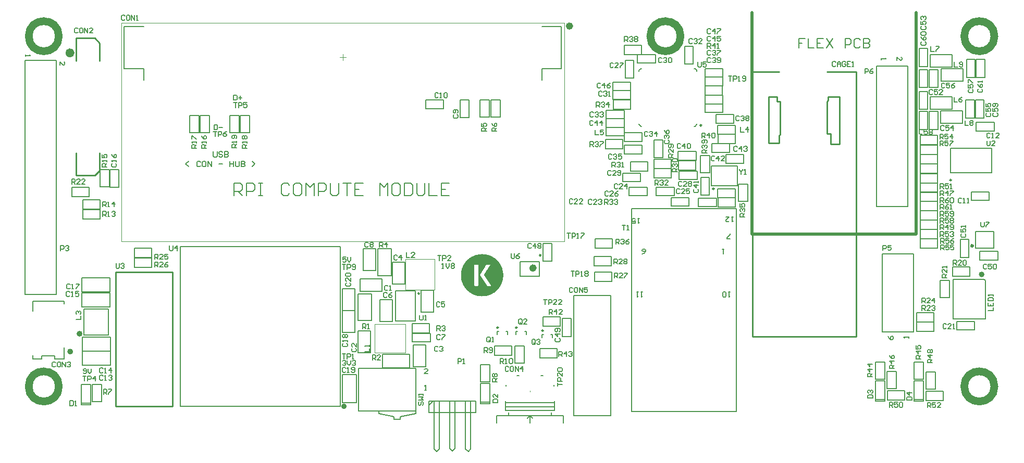
<source format=gto>
G04 Layer_Color=65535*
%FSAX25Y25*%
%MOIN*%
G70*
G01*
G75*
%ADD49C,0.01969*%
%ADD53C,0.00984*%
%ADD54C,0.01000*%
%ADD104C,0.02362*%
%ADD105C,0.05118*%
%ADD106C,0.03000*%
%ADD107C,0.00787*%
%ADD108C,0.00394*%
%ADD109C,0.00500*%
%ADD110C,0.00315*%
%ADD111C,0.00100*%
D49*
X1194304Y0211358D02*
G03*
X1194304Y0211358I-0000278J0000000D01*
G01*
X0793035Y0108545D02*
G03*
X0793035Y0108545I-0000787J0000000D01*
G01*
X1200909Y0193043D02*
G03*
X1200909Y0193043I-0000787J0000000D01*
G01*
X0623998Y0155065D02*
G03*
X0623998Y0155065I-0000880J0000000D01*
G01*
X0617997Y0143602D02*
G03*
X0617997Y0143602I-0000880J0000000D01*
G01*
X1053173Y0218795D02*
Y0360795D01*
Y0218795D02*
X1158173D01*
Y0360795D01*
D53*
X0840652Y0180866D02*
G03*
X0840652Y0180866I-0000492J0000000D01*
G01*
X1021053Y0288632D02*
G03*
X1021053Y0288632I-0000492J0000000D01*
G01*
X1029100Y0247929D02*
G03*
X1029100Y0247929I-0000492J0000000D01*
G01*
X0918183Y0205305D02*
G03*
X0918183Y0205305I-0000492J0000000D01*
G01*
X1180801Y0253545D02*
G03*
X1180801Y0253545I-0000492J0000000D01*
G01*
X0919787Y0157027D02*
G03*
X0919787Y0157027I-0000492J0000000D01*
G01*
X0903037Y0159028D02*
G03*
X0903037Y0159028I-0000492J0000000D01*
G01*
X0891037D02*
G03*
X0891037Y0159028I-0000492J0000000D01*
G01*
D54*
X0682596Y0108671D02*
Y0194419D01*
X0646376Y0108671D02*
Y0194419D01*
Y0108671D02*
X0682596D01*
X0646376Y0194419D02*
X0682596D01*
X1053604Y0323004D02*
X1070661D01*
X1101161D02*
X1119768D01*
Y0153204D02*
Y0323004D01*
X1053604Y0299804D02*
Y0323004D01*
Y0153204D02*
X1119768D01*
X1053604D02*
Y0299804D01*
X1064016Y0277209D02*
X1070512D01*
Y0282327D01*
X1071299Y0282425D01*
Y0303783D01*
X1069134D02*
X1071299D01*
X1069134D02*
Y0307031D01*
X1101417Y0303980D02*
X1102008Y0304669D01*
Y0306835D01*
X1109094D01*
Y0276716D02*
Y0306835D01*
X1103583Y0276716D02*
X1109094D01*
X1103583D02*
Y0283213D01*
X1101319D02*
X1103583D01*
X1101319D02*
X1101417Y0303980D01*
X1064016Y0277209D02*
Y0307031D01*
X1069134D01*
X0620998Y0329980D02*
Y0344516D01*
X0632809D01*
X0635998Y0329980D02*
Y0341327D01*
X0632809Y0344516D02*
X0635998Y0341327D01*
X0620998Y0256445D02*
Y0270980D01*
Y0256445D02*
X0632809D01*
X0635998Y0259634D01*
Y0270980D01*
D104*
X0937675Y0352187D02*
G03*
X0937675Y0352187I-0001181J0000000D01*
G01*
X0914345Y0197136D02*
G03*
X0914345Y0197136I-0001181J0000000D01*
G01*
D105*
X0609894Y0345705D02*
G03*
X0609894Y0345705I-0009646J0000000D01*
G01*
X1007532Y0345705D02*
G03*
X1007532Y0345705I-0009646J0000000D01*
G01*
X1208319Y0345705D02*
G03*
X1208319Y0345705I-0009646J0000000D01*
G01*
Y0121295D02*
G03*
X1208319Y0121295I-0009646J0000000D01*
G01*
X0609894D02*
G03*
X0609894Y0121295I-0009646J0000000D01*
G01*
D106*
X0618412Y0334980D02*
G03*
X0618412Y0334980I-0001414J0000000D01*
G01*
D107*
X0651730Y0351872D02*
X0664132D01*
X0651730Y0324903D02*
Y0351872D01*
Y0324903D02*
X0664132D01*
X0918856Y0351872D02*
X0931258D01*
Y0324903D02*
Y0351872D01*
X0918856Y0324903D02*
X0931258D01*
X0918856D02*
X0918856D01*
X0918856Y0317659D02*
X0918856D01*
Y0324903D01*
X0664132D02*
X0664171D01*
Y0317659D02*
Y0324903D01*
X0825199Y0163150D02*
Y0182441D01*
Y0163150D02*
X0837797D01*
Y0182441D01*
X0825199D02*
X0837797D01*
X1018002Y0289222D02*
Y0289715D01*
X1016329Y0288041D02*
X1016821D01*
X0982175D02*
X0982667D01*
X0980994Y0289222D02*
Y0289715D01*
Y0323376D02*
Y0323868D01*
X0982175Y0325049D02*
X0982667D01*
X1018002Y0323376D02*
Y0323868D01*
X1016329Y0325049D02*
X1016821D01*
Y0288041D02*
X1018002Y0289222D01*
X0980994D02*
X0982175Y0288041D01*
X0980994Y0323868D02*
X0982175Y0325049D01*
X1016821D02*
X1018002Y0323868D01*
X1043766Y0249996D02*
Y0262595D01*
X1027230D02*
X1043766D01*
X1027230Y0249996D02*
Y0262595D01*
Y0249996D02*
X1043766D01*
X1196093Y0220709D02*
X1207903D01*
X1196093Y0209882D02*
Y0220709D01*
Y0209882D02*
X1207903D01*
Y0220709D01*
X0904896Y0201073D02*
X0917100D01*
X0904896Y0192018D02*
X0917100D01*
Y0201073D01*
X0904896Y0192018D02*
Y0201073D01*
X0687567Y0108614D02*
Y0210976D01*
X0789929D01*
Y0108614D02*
Y0210976D01*
X0687567Y0108614D02*
X0789929D01*
X1206687Y0258368D02*
Y0273722D01*
X1180309Y0258368D02*
Y0273722D01*
X1206687D01*
X1180309Y0258368D02*
X1206687D01*
X0828279Y0101848D02*
X0838122Y0103817D01*
Y0105392D01*
X0814500Y0103817D02*
X0824343Y0101848D01*
Y0100274D02*
Y0101848D01*
X0828279Y0100274D02*
Y0101848D01*
X0814500Y0103817D02*
Y0105392D01*
X0838122D02*
Y0132951D01*
X0801587Y0105392D02*
X0838122D01*
X0801587Y0132951D02*
X0838122D01*
X0801587Y0105392D02*
Y0132951D01*
X0824343Y0100274D02*
X0828279D01*
X1160998Y0245545D02*
Y0251545D01*
X1171998D01*
Y0245545D02*
Y0251545D01*
X1160998Y0245545D02*
X1171998D01*
X1160998Y0251652D02*
Y0257651D01*
X1171998D01*
Y0251652D02*
Y0257651D01*
X1160998Y0251652D02*
X1171998D01*
X1160998Y0239795D02*
Y0245795D01*
X1171998D01*
Y0239795D02*
Y0245795D01*
X1160998Y0239795D02*
X1171998D01*
X1160998Y0233795D02*
Y0239795D01*
X1171998D01*
Y0233795D02*
Y0239795D01*
X1160998Y0233795D02*
X1171998D01*
Y0270045D02*
Y0276045D01*
X1160998Y0270045D02*
X1171998D01*
X1160998D02*
Y0276045D01*
X1171998D01*
X1160998Y0215795D02*
Y0221795D01*
X1171998D01*
Y0215795D02*
Y0221795D01*
X1160998Y0215795D02*
X1171998D01*
Y0209795D02*
Y0215795D01*
X1160998Y0209795D02*
X1171998D01*
X1160998D02*
Y0215795D01*
X1171998D01*
X1160998Y0276295D02*
Y0282295D01*
X1171998D01*
Y0276295D02*
Y0282295D01*
X1160998Y0276295D02*
X1171998D01*
X1160998Y0221795D02*
Y0227795D01*
X1171998D01*
Y0221795D02*
Y0227795D01*
X1160998Y0221795D02*
X1171998D01*
X1164498Y0112295D02*
Y0118295D01*
X1175498D01*
Y0112295D02*
Y0118295D01*
X1164498Y0112295D02*
X1175498D01*
X1160998Y0263795D02*
Y0269795D01*
X1171998D01*
Y0263795D02*
Y0269795D01*
X1160998Y0263795D02*
X1171998D01*
X1139998Y0112545D02*
Y0118545D01*
X1150998D01*
Y0112545D02*
Y0118545D01*
X1139998Y0112545D02*
X1150998D01*
X1160998Y0227795D02*
Y0233795D01*
X1171998D01*
Y0227795D02*
Y0233795D01*
X1160998Y0227795D02*
X1171998D01*
X1164498Y0119545D02*
X1170498D01*
X1164498D02*
Y0130545D01*
X1170498D01*
Y0119545D02*
Y0130545D01*
X1160998Y0257795D02*
Y0263795D01*
X1171998D01*
Y0257795D02*
Y0263795D01*
X1160998Y0257795D02*
X1171998D01*
X1139748Y0120045D02*
X1145748D01*
X1139748D02*
Y0131045D01*
X1145748D01*
Y0120045D02*
Y0131045D01*
X1156998Y0137045D02*
X1162998D01*
Y0126045D02*
Y0137045D01*
X1156998Y0126045D02*
X1162998D01*
X1156998D02*
Y0137045D01*
X1132248D02*
X1138248D01*
Y0126045D02*
Y0137045D01*
X1132248Y0126045D02*
X1138248D01*
X1132248D02*
Y0137045D01*
X0928498Y0139545D02*
Y0145545D01*
X0917498Y0139545D02*
X0928498D01*
X0917498D02*
Y0145545D01*
X0928498D01*
X0930748Y0160045D02*
Y0166045D01*
X0919748Y0160045D02*
X0930748D01*
X0919748D02*
Y0166045D01*
X0930748D01*
X1023248Y0307795D02*
Y0313795D01*
X1034248D01*
Y0307795D02*
Y0313795D01*
X1023248Y0307795D02*
X1034248D01*
X1042498Y0276795D02*
Y0282795D01*
X1031498Y0276795D02*
X1042498D01*
X1031498D02*
Y0282795D01*
X1042498D01*
X1020248Y0258295D02*
X1026248D01*
X1020248D02*
Y0269295D01*
X1026248D01*
Y0258295D02*
Y0269295D01*
X0982748Y0334045D02*
Y0340045D01*
X0971748Y0334045D02*
X0982748D01*
X0971748D02*
Y0340045D01*
X0982748D01*
X0959498Y0273545D02*
Y0279545D01*
X0970498D01*
Y0273545D02*
Y0279545D01*
X0959498Y0273545D02*
X0970498D01*
X0952998Y0210045D02*
Y0216045D01*
X0963998D01*
Y0210045D02*
Y0216045D01*
X0952998Y0210045D02*
X0963998D01*
X1044498Y0251045D02*
X1050498D01*
Y0240045D02*
Y0251045D01*
X1044498Y0240045D02*
X1050498D01*
X1044498D02*
Y0251045D01*
X0975545Y0298795D02*
Y0304795D01*
X0964545Y0298795D02*
X0975545D01*
X0964545D02*
Y0304795D01*
X0975545D01*
X1042498Y0236295D02*
Y0242295D01*
X1031498Y0236295D02*
X1042498D01*
X1031498D02*
Y0242295D01*
X1042498D01*
X1001498Y0254795D02*
Y0260795D01*
X0990498Y0254795D02*
X1001498D01*
X0990498D02*
Y0260795D01*
X1001498D01*
X0975748Y0259295D02*
Y0265295D01*
X0986748D01*
Y0259295D02*
Y0265295D01*
X0975748Y0259295D02*
X0986748D01*
X1017248Y0260045D02*
Y0266045D01*
X1006248Y0260045D02*
X1017248D01*
X1006248D02*
Y0266045D01*
X1017248D01*
X0990498Y0261045D02*
Y0267045D01*
X1001498D01*
Y0261045D02*
Y0267045D01*
X0990498Y0261045D02*
X1001498D01*
X0963248Y0198545D02*
Y0204545D01*
X0952248Y0198545D02*
X0963248D01*
X0952248D02*
Y0204545D01*
X0963248D01*
X0963498Y0188545D02*
Y0194545D01*
X0952498Y0188545D02*
X0963498D01*
X0952498D02*
Y0194545D01*
X0963498D01*
X0658248Y0197545D02*
Y0203545D01*
X0669248D01*
Y0197545D02*
Y0203545D01*
X0658248Y0197545D02*
X0669248D01*
X0669201Y0204045D02*
Y0210045D01*
X0658201Y0204045D02*
X0669201D01*
X0658201D02*
Y0210045D01*
X0669201D01*
X1169498Y0162545D02*
Y0168545D01*
X1158498Y0162545D02*
X1169498D01*
X1158498D02*
Y0168545D01*
X1169498D01*
Y0156545D02*
Y0162545D01*
X1158498Y0156545D02*
X1169498D01*
X1158498D02*
Y0162545D01*
X1169498D01*
X0618248Y0242795D02*
Y0248795D01*
X0629248D01*
Y0242795D02*
Y0248795D01*
X0618248Y0242795D02*
X0629248D01*
X1173498Y0178248D02*
X1179498D01*
X1173498D02*
Y0189248D01*
X1179498D01*
Y0178248D02*
Y0189248D01*
X1192748Y0191795D02*
Y0197795D01*
X1181748Y0191795D02*
X1192748D01*
X1181748D02*
Y0197795D01*
X1192748D01*
X0719248Y0283795D02*
X0725248D01*
X0719248D02*
Y0294795D01*
X0725248D01*
Y0283795D02*
Y0294795D01*
X0725998Y0283795D02*
X0731998D01*
X0725998D02*
Y0294795D01*
X0731998D01*
Y0283795D02*
Y0294795D01*
X0693498Y0283795D02*
X0699498D01*
X0693498D02*
Y0294795D01*
X0699498D01*
Y0283795D02*
Y0294795D01*
X0700248Y0283795D02*
X0706248D01*
X0700248D02*
Y0294795D01*
X0706248D01*
Y0283795D02*
Y0294795D01*
X0636248Y0260295D02*
X0642248D01*
Y0249295D02*
Y0260295D01*
X0636248Y0249295D02*
X0642248D01*
X0636248D02*
Y0260295D01*
Y0235045D02*
Y0241045D01*
X0625248Y0235045D02*
X0636248D01*
X0625248D02*
Y0241045D01*
X0636248D01*
X0636201Y0228545D02*
Y0234545D01*
X0625201Y0228545D02*
X0636201D01*
X0625201D02*
Y0234545D01*
X0636201D01*
X0901498Y0147295D02*
X0907498D01*
Y0136295D02*
Y0147295D01*
X0901498Y0136295D02*
X0907498D01*
X0901498D02*
Y0147295D01*
X0899748Y0141295D02*
Y0147295D01*
X0888748Y0141295D02*
X0899748D01*
X0888748D02*
Y0147295D01*
X0899748D01*
X0879748Y0124248D02*
X0885748D01*
X0879748D02*
Y0135248D01*
X0885748D01*
Y0124248D02*
Y0135248D01*
X0631248Y0122545D02*
X0637248D01*
Y0111545D02*
Y0122545D01*
X0631248Y0111545D02*
X0637248D01*
X0631248D02*
Y0122545D01*
X0886179Y0293901D02*
X0892179D01*
X0886179D02*
Y0304902D01*
X0892179D01*
Y0293901D02*
Y0304902D01*
X0879392Y0293901D02*
X0885392D01*
X0879392D02*
Y0304902D01*
X0885392D01*
Y0293901D02*
Y0304902D01*
X0822579Y0192134D02*
Y0209457D01*
X0813917D02*
X0822579D01*
X0813917Y0192134D02*
Y0209457D01*
Y0192134D02*
X0822579D01*
X0835998Y0155545D02*
Y0161545D01*
X0846998D01*
Y0155545D02*
Y0161545D01*
X0835998Y0155545D02*
X0846998D01*
X0816837Y0133214D02*
Y0141876D01*
X0834159D01*
Y0133214D02*
Y0141876D01*
X0816837Y0133214D02*
X0834159D01*
X0810079Y0163384D02*
Y0180707D01*
X0801417D02*
X0810079D01*
X0801417Y0163384D02*
Y0180707D01*
Y0163384D02*
X0810079D01*
X0918902Y0152500D02*
Y0154469D01*
X0919886D01*
X0925595Y0152500D02*
Y0154469D01*
X0924610D02*
X0925595D01*
X0902151Y0154500D02*
Y0156468D01*
X0903136D01*
X0908844Y0154500D02*
Y0156468D01*
X0907860D02*
X0908844D01*
X0890152Y0154500D02*
Y0156468D01*
X0891136D01*
X0896844Y0154500D02*
Y0156468D01*
X0895860D02*
X0896844D01*
X1132890Y0236673D02*
X1152890D01*
X1132890Y0326673D02*
X1152890D01*
Y0236673D02*
Y0326673D01*
X1132890Y0236673D02*
Y0326673D01*
X1136498Y0156295D02*
Y0206295D01*
X1156498D01*
Y0156295D02*
Y0206295D01*
X1136498Y0156295D02*
X1156498D01*
X0588248Y0180295D02*
X0608248D01*
X0588248Y0330295D02*
X0608248D01*
X0588248Y0180295D02*
Y0330295D01*
X0608248Y0180295D02*
Y0330295D01*
X1182012Y0164697D02*
Y0189894D01*
Y0164697D02*
X1202484D01*
Y0189106D01*
X1201697Y0189894D02*
X1202484Y0189106D01*
X1182012Y0189894D02*
X1201697D01*
X1174248Y0316795D02*
X1188248D01*
Y0324795D01*
X1174248D02*
X1188248D01*
X1174248Y0316795D02*
Y0324795D01*
X1173998Y0289795D02*
X1187998D01*
Y0297795D01*
X1173998D02*
X1187998D01*
X1173998Y0289795D02*
Y0297795D01*
X1167248Y0326045D02*
X1181248D01*
Y0334045D01*
X1167248D02*
X1181248D01*
X1167248Y0326045D02*
Y0334045D01*
Y0299045D02*
X1181248D01*
Y0307045D01*
X1167248D02*
X1181248D01*
X1167248Y0299045D02*
Y0307045D01*
X0971498Y0281795D02*
Y0287295D01*
X0959998D02*
X0971498D01*
X0959998Y0281795D02*
Y0287295D01*
Y0281795D02*
X0971498D01*
X1031248Y0283045D02*
Y0288545D01*
Y0283045D02*
X1042748D01*
Y0288545D01*
X1031248D02*
X1042748D01*
X0625874Y0154278D02*
X0641622D01*
X0625874D02*
Y0170813D01*
X0641622D01*
Y0154278D02*
Y0170813D01*
X1156998Y0112045D02*
X1162998D01*
X1156998Y0113045D02*
X1162998D01*
X1156998Y0112045D02*
Y0125045D01*
X1162998D01*
Y0112045D02*
Y0125045D01*
X1132248Y0112045D02*
X1138248D01*
X1132248Y0113045D02*
X1138248D01*
X1132248Y0112045D02*
Y0125045D01*
X1138248D01*
Y0112045D02*
Y0125045D01*
X0879748Y0110295D02*
X0885748D01*
X0879748Y0111295D02*
X0885748D01*
X0879748Y0110295D02*
Y0123295D01*
X0885748D01*
Y0110295D02*
Y0123295D01*
X0624248Y0109445D02*
X0630248D01*
X0624248Y0110445D02*
X0630248D01*
X0624248Y0109445D02*
Y0122445D01*
X0630248D01*
Y0109445D02*
Y0122445D01*
X0939228Y0102675D02*
Y0179447D01*
X0962850D01*
Y0102675D02*
Y0179447D01*
X0939228Y0102675D02*
X0962850D01*
X0932472Y0097837D02*
Y0102561D01*
X0889953D02*
X0932472D01*
X0889953Y0097837D02*
Y0102561D01*
X0918299Y0128348D02*
X0919480D01*
X0895858Y0121459D02*
Y0122246D01*
X0895465Y0105907D02*
X0926961D01*
X0895465D02*
Y0112010D01*
X0926961Y0105907D02*
Y0112010D01*
X0895465Y0111026D02*
X0926961D01*
X0895465Y0108270D02*
X0926961D01*
X0926567Y0121459D02*
Y0122246D01*
X0902945Y0128348D02*
X0904126D01*
X0924992Y0102561D02*
Y0104530D01*
X0897433Y0102561D02*
Y0104530D01*
X0911213Y0097837D02*
Y0102561D01*
X0912787Y0100986D01*
X0909638D02*
X0911213Y0102561D01*
X0598809Y0140846D02*
X0607274D01*
Y0138878D02*
Y0140846D01*
X0598809Y0138878D02*
Y0140846D01*
X0607274Y0138878D02*
X0613179D01*
X0593100D02*
X0598809D01*
X0593100D02*
Y0141240D01*
Y0169587D02*
Y0175886D01*
X0613179Y0138878D02*
Y0146358D01*
Y0174311D02*
Y0175886D01*
X0593100D02*
X0613179D01*
X1196748Y0319295D02*
X1202248D01*
Y0330795D01*
X1196748D02*
X1202248D01*
X1196748Y0319295D02*
Y0330795D01*
X1160248Y0324295D02*
X1165748D01*
X1160248Y0312795D02*
Y0324295D01*
Y0312795D02*
X1165748D01*
Y0324295D01*
X1196248Y0293295D02*
X1201748D01*
Y0304795D01*
X1196248D02*
X1201748D01*
X1196248Y0293295D02*
Y0304795D01*
X1160248Y0297545D02*
X1165748D01*
X1160248Y0286045D02*
Y0297545D01*
Y0286045D02*
X1165748D01*
Y0297545D01*
X1190498Y0319295D02*
X1195998D01*
Y0330795D01*
X1190498D02*
X1195998D01*
X1190498Y0319295D02*
Y0330795D01*
X1166748Y0324295D02*
X1172248D01*
X1166748Y0312795D02*
Y0324295D01*
Y0312795D02*
X1172248D01*
Y0324295D01*
X1189998Y0293295D02*
X1195498D01*
Y0304795D01*
X1189998D02*
X1195498D01*
X1189998Y0293295D02*
Y0304795D01*
X1166748Y0297545D02*
X1172248D01*
X1166748Y0286045D02*
Y0297545D01*
Y0286045D02*
X1172248D01*
Y0297545D01*
X1160248Y0326295D02*
X1165748D01*
Y0337795D01*
X1160248D02*
X1165748D01*
X1160248Y0326295D02*
Y0337795D01*
Y0298843D02*
X1165748D01*
Y0310343D01*
X1160248D02*
X1165748D01*
X1160248Y0298843D02*
Y0310343D01*
X1186498Y0215545D02*
X1191998D01*
X1186498Y0204045D02*
Y0215545D01*
Y0204045D02*
X1191998D01*
Y0215545D01*
X1210498Y0202295D02*
Y0207795D01*
X1198998D02*
X1210498D01*
X1198998Y0202295D02*
Y0207795D01*
Y0202295D02*
X1210498D01*
X0931998Y0153295D02*
X0937498D01*
Y0164795D01*
X0931998D02*
X0937498D01*
X0931998Y0153295D02*
Y0164795D01*
X0919748Y0201545D02*
X0925248D01*
Y0213045D01*
X0919748D02*
X0925248D01*
X0919748Y0201545D02*
Y0213045D01*
X1023248Y0319545D02*
Y0325045D01*
Y0319545D02*
X1034748D01*
Y0325045D01*
X1023248D02*
X1034748D01*
X0975748Y0310795D02*
Y0316295D01*
X0964248D02*
X0975748D01*
X0964248Y0310795D02*
Y0316295D01*
Y0310795D02*
X0975748D01*
X1023248Y0314045D02*
Y0319545D01*
Y0314045D02*
X1034748D01*
Y0319545D01*
X1023248D02*
X1034748D01*
X0971498Y0287295D02*
Y0292795D01*
X0959998D02*
X0971498D01*
X0959998Y0287295D02*
Y0292795D01*
Y0287295D02*
X0971498D01*
X1027498Y0271295D02*
Y0276795D01*
Y0271295D02*
X1038998D01*
Y0276795D01*
X1027498D02*
X1038998D01*
X1036498Y0264295D02*
Y0269795D01*
Y0264295D02*
X1047998D01*
Y0269795D01*
X1036498D02*
X1047998D01*
X1020498Y0255295D02*
X1025998D01*
X1020498Y0243795D02*
Y0255295D01*
Y0243795D02*
X1025998D01*
Y0255295D01*
X1005998Y0266295D02*
Y0271795D01*
Y0266295D02*
X1017498D01*
Y0271795D01*
X1005998D02*
X1017498D01*
X1023248Y0296795D02*
Y0302295D01*
Y0296795D02*
X1034748D01*
Y0302295D01*
X1023248D02*
X1034748D01*
X1030248Y0290045D02*
Y0295545D01*
Y0290045D02*
X1041748D01*
Y0295545D01*
X1030248D02*
X1041748D01*
X1023248Y0302295D02*
Y0307795D01*
Y0302295D02*
X1034748D01*
Y0307795D01*
X1023248D02*
X1034748D01*
X0990748Y0279295D02*
X0996248D01*
X0990748Y0267795D02*
Y0279295D01*
Y0267795D02*
X0996248D01*
Y0279295D01*
X0982998Y0270295D02*
Y0275795D01*
X0971498D02*
X0982998D01*
X0971498Y0270295D02*
Y0275795D01*
Y0270295D02*
X0982998D01*
Y0278295D02*
Y0283795D01*
X0971498D02*
X0982998D01*
X0971498Y0278295D02*
Y0283795D01*
Y0278295D02*
X0982998D01*
X0971498Y0292795D02*
Y0298295D01*
X0959998D02*
X0971498D01*
X0959998Y0292795D02*
Y0298295D01*
Y0292795D02*
X0971498D01*
X1010248Y0327795D02*
X1015748D01*
Y0339295D01*
X1010248D02*
X1015748D01*
X1010248Y0327795D02*
Y0339295D01*
X0975748Y0305295D02*
Y0310795D01*
X0964248D02*
X0975748D01*
X0964248Y0305295D02*
Y0310795D01*
Y0305295D02*
X0975748D01*
X0991498Y0328545D02*
Y0334045D01*
X0979998D02*
X0991498D01*
X0979998Y0328545D02*
Y0334045D01*
Y0328545D02*
X0991498D01*
X0981998Y0252545D02*
Y0258045D01*
X0970498D02*
X0981998D01*
X0970498Y0252545D02*
Y0258045D01*
Y0252545D02*
X0981998D01*
X1018248Y0253795D02*
Y0259295D01*
X1006748D02*
X1018248D01*
X1006748Y0253795D02*
Y0259295D01*
Y0253795D02*
X1018248D01*
X0972248Y0330295D02*
X0977748D01*
X0972248Y0318795D02*
Y0330295D01*
Y0318795D02*
X0977748D01*
Y0330295D01*
X1042748Y0242295D02*
Y0247795D01*
X1031248D02*
X1042748D01*
X1031248Y0242295D02*
Y0247795D01*
Y0242295D02*
X1042748D01*
X1003498Y0243545D02*
Y0249045D01*
X0991998D02*
X1003498D01*
X0991998Y0243545D02*
Y0249045D01*
Y0243545D02*
X1003498D01*
X0974748D02*
Y0249045D01*
Y0243545D02*
X0986248D01*
Y0249045D01*
X0974748D02*
X0986248D01*
X1030498Y0236545D02*
Y0242045D01*
X1018998D02*
X1030498D01*
X1018998Y0236545D02*
Y0242045D01*
Y0236545D02*
X1030498D01*
X1001498Y0236795D02*
Y0242295D01*
Y0236795D02*
X1012998D01*
Y0242295D01*
X1001498D02*
X1012998D01*
X1184248Y0157545D02*
Y0163045D01*
Y0157545D02*
X1195748D01*
Y0163045D01*
X1184248D02*
X1195748D01*
X0791248Y0170045D02*
Y0184045D01*
Y0170045D02*
X0799248D01*
Y0184045D01*
X0791248D02*
X0799248D01*
X0791248Y0128795D02*
X0800248D01*
X0791248Y0110795D02*
Y0128795D01*
Y0110795D02*
X0800248D01*
Y0128795D01*
X0799248Y0156045D02*
Y0170045D01*
X0791248D02*
X0799248D01*
X0791248Y0156045D02*
Y0170045D01*
Y0156045D02*
X0799248D01*
X0642498Y0182045D02*
Y0191045D01*
X0624498D02*
X0642498D01*
X0624498Y0182045D02*
Y0191045D01*
Y0182045D02*
X0642498D01*
X0642748Y0248795D02*
X0648248D01*
Y0260295D01*
X0642748D02*
X0648248D01*
X0642748Y0248795D02*
Y0260295D01*
X0642498Y0172295D02*
Y0181295D01*
X0624498D02*
X0642498D01*
X0624498Y0172295D02*
Y0181295D01*
Y0172295D02*
X0642498D01*
X0642998Y0144045D02*
Y0153045D01*
X0624998D02*
X0642998D01*
X0624998Y0144045D02*
Y0153045D01*
Y0144045D02*
X0642998D01*
Y0134795D02*
Y0143795D01*
X0624998D02*
X0642998D01*
X0624998Y0134795D02*
Y0143795D01*
Y0134795D02*
X0642998D01*
X1196748Y0285045D02*
Y0290545D01*
Y0285045D02*
X1208248D01*
Y0290545D01*
X1196748D02*
X1208248D01*
X1204998Y0240545D02*
Y0246045D01*
X1193498D02*
X1204998D01*
X1193498Y0240545D02*
Y0246045D01*
Y0240545D02*
X1204998D01*
X0855998Y0299295D02*
Y0304795D01*
X0844498D02*
X0855998D01*
X0844498Y0299295D02*
Y0304795D01*
Y0299295D02*
X0855998D01*
X0866748Y0305045D02*
X0872248D01*
X0866748Y0293545D02*
Y0305045D01*
Y0293545D02*
X0872248D01*
Y0305045D01*
X0812498Y0195545D02*
Y0209545D01*
X0804498D02*
X0812498D01*
X0804498Y0195545D02*
Y0209545D01*
Y0195545D02*
X0812498D01*
X0835998Y0149795D02*
Y0155295D01*
Y0149795D02*
X0847498D01*
Y0155295D01*
X0835998D02*
X0847498D01*
X0815248Y0162795D02*
Y0176795D01*
Y0162795D02*
X0823248D01*
Y0176795D01*
X0815248D02*
X0823248D01*
X0849748Y0168795D02*
Y0182795D01*
X0841748D02*
X0849748D01*
X0841748Y0168795D02*
Y0182795D01*
Y0168795D02*
X0849748D01*
X0831248Y0187045D02*
Y0201045D01*
X0823248D02*
X0831248D01*
X0823248Y0187045D02*
Y0201045D01*
Y0187045D02*
X0831248D01*
X0836748Y0133795D02*
Y0147795D01*
Y0133795D02*
X0844748D01*
Y0147795D01*
X0836748D02*
X0844748D01*
X0801248Y0142795D02*
Y0156795D01*
Y0142795D02*
X0809248D01*
Y0156795D01*
X0801248D02*
X0809248D01*
X0802748Y0190295D02*
X0816748D01*
X0802748Y0182295D02*
Y0190295D01*
Y0182295D02*
X0816748D01*
Y0190295D01*
X0846748Y0111900D02*
X0876748D01*
X0873415Y0081302D02*
Y0111545D01*
X0871787Y0079675D02*
X0873415Y0081302D01*
X0870081Y0081381D02*
X0871787Y0079675D01*
X0870081Y0081381D02*
Y0111545D01*
X0863415Y0081480D02*
Y0111545D01*
X0861748Y0079813D02*
X0863415Y0081480D01*
X0860081D02*
X0861748Y0079813D01*
X0860081Y0081480D02*
Y0111545D01*
X0853415Y0081381D02*
Y0111545D01*
X0851748Y0079715D02*
X0853415Y0081381D01*
X0850081Y0081381D02*
X0851748Y0079715D01*
X0850081Y0081381D02*
Y0111545D01*
X0846787Y0109400D02*
X0849287Y0111900D01*
X0876748Y0104518D02*
Y0111900D01*
X0846748Y0104518D02*
X0876748D01*
X0846748D02*
Y0111900D01*
X0708746Y0271765D02*
Y0268813D01*
X0709337Y0268223D01*
X0710517D01*
X0711108Y0268813D01*
Y0271765D01*
X0714650Y0271175D02*
X0714059Y0271765D01*
X0712879D01*
X0712288Y0271175D01*
Y0270584D01*
X0712879Y0269994D01*
X0714059D01*
X0714650Y0269404D01*
Y0268813D01*
X0714059Y0268223D01*
X0712879D01*
X0712288Y0268813D01*
X0715831Y0271765D02*
Y0268223D01*
X0717602D01*
X0718192Y0268813D01*
Y0269404D01*
X0717602Y0269994D01*
X0715831D01*
X0717602D01*
X0718192Y0270584D01*
Y0271175D01*
X0717602Y0271765D01*
X0715831D01*
X0692806Y0262083D02*
X0691035Y0263854D01*
X0692806Y0265625D01*
X0700481Y0265034D02*
X0699891Y0265625D01*
X0698710D01*
X0698120Y0265034D01*
Y0262673D01*
X0698710Y0262083D01*
X0699891D01*
X0700481Y0262673D01*
X0703433Y0265625D02*
X0702252D01*
X0701662Y0265034D01*
Y0262673D01*
X0702252Y0262083D01*
X0703433D01*
X0704023Y0262673D01*
Y0265034D01*
X0703433Y0265625D01*
X0705204Y0262083D02*
Y0265625D01*
X0707565Y0262083D01*
Y0265625D01*
X0712288Y0263854D02*
X0714650D01*
X0719373Y0265625D02*
Y0262083D01*
Y0263854D01*
X0721734D01*
Y0265625D01*
Y0262083D01*
X0722915Y0265625D02*
Y0262673D01*
X0723505Y0262083D01*
X0724686D01*
X0725276Y0262673D01*
Y0265625D01*
X0726457D02*
Y0262083D01*
X0728228D01*
X0728818Y0262673D01*
Y0263263D01*
X0728228Y0263854D01*
X0726457D01*
X0728228D01*
X0728818Y0264444D01*
Y0265034D01*
X0728228Y0265625D01*
X0726457D01*
X0733541Y0262083D02*
X0735312Y0263854D01*
X0733541Y0265625D01*
X1018748Y0329194D02*
Y0326570D01*
X1019273Y0326045D01*
X1020322D01*
X1020847Y0326570D01*
Y0329194D01*
X1023996D02*
X1021897D01*
Y0327620D01*
X1022946Y0328144D01*
X1023471D01*
X1023996Y0327620D01*
Y0326570D01*
X1023471Y0326045D01*
X1022421D01*
X1021897Y0326570D01*
X1045248Y0260444D02*
Y0259919D01*
X1046297Y0258870D01*
X1047347Y0259919D01*
Y0260444D01*
X1046297Y0258870D02*
Y0257295D01*
X1048397D02*
X1049446D01*
X1048921D01*
Y0260444D01*
X1048397Y0259919D01*
X1199748Y0226694D02*
Y0224070D01*
X1200273Y0223545D01*
X1201322D01*
X1201847Y0224070D01*
Y0226694D01*
X1202897D02*
X1204996D01*
Y0226169D01*
X1202897Y0224070D01*
Y0223545D01*
X0899248Y0206444D02*
Y0203820D01*
X0899773Y0203295D01*
X0900822D01*
X0901347Y0203820D01*
Y0206444D01*
X0904496D02*
X0903446Y0205919D01*
X0902397Y0204870D01*
Y0203820D01*
X0902921Y0203295D01*
X0903971D01*
X0904496Y0203820D01*
Y0204345D01*
X0903971Y0204870D01*
X0902397D01*
X0680748Y0211444D02*
Y0208820D01*
X0681273Y0208295D01*
X0682322D01*
X0682847Y0208820D01*
Y0211444D01*
X0685471Y0208295D02*
Y0211444D01*
X0683897Y0209870D01*
X0685996D01*
X0646498Y0200194D02*
Y0197570D01*
X0647023Y0197045D01*
X0648072D01*
X0648597Y0197570D01*
Y0200194D01*
X0649647Y0199669D02*
X0650171Y0200194D01*
X0651221D01*
X0651746Y0199669D01*
Y0199144D01*
X0651221Y0198619D01*
X0650696D01*
X0651221D01*
X0651746Y0198095D01*
Y0197570D01*
X0651221Y0197045D01*
X0650171D01*
X0649647Y0197570D01*
X1203498Y0278694D02*
Y0276070D01*
X1204023Y0275545D01*
X1205072D01*
X1205597Y0276070D01*
Y0278694D01*
X1208746Y0275545D02*
X1206647D01*
X1208746Y0277644D01*
Y0278169D01*
X1208221Y0278694D01*
X1207171D01*
X1206647Y0278169D01*
X0840748Y0166944D02*
Y0164320D01*
X0841273Y0163795D01*
X0842322D01*
X0842847Y0164320D01*
Y0166944D01*
X0843897Y0163795D02*
X0844946D01*
X0844421D01*
Y0166944D01*
X0843897Y0166419D01*
X0919998Y0176944D02*
X0922097D01*
X0921047D01*
Y0173795D01*
X0923147D02*
Y0176944D01*
X0924721D01*
X0925246Y0176419D01*
Y0175370D01*
X0924721Y0174845D01*
X0923147D01*
X0928394Y0173795D02*
X0926295D01*
X0928394Y0175894D01*
Y0176419D01*
X0927870Y0176944D01*
X0926820D01*
X0926295Y0176419D01*
X0931543Y0173795D02*
X0929444D01*
X0931543Y0175894D01*
Y0176419D01*
X0931018Y0176944D01*
X0929968D01*
X0929444Y0176419D01*
X0928849Y0121545D02*
Y0123644D01*
Y0122595D01*
X0931998D01*
Y0124694D02*
X0928849D01*
Y0126268D01*
X0929374Y0126793D01*
X0930424D01*
X0930949Y0126268D01*
Y0124694D01*
X0931998Y0129941D02*
Y0127842D01*
X0929899Y0129941D01*
X0929374D01*
X0928849Y0129417D01*
Y0128367D01*
X0929374Y0127842D01*
Y0130991D02*
X0928849Y0131516D01*
Y0132565D01*
X0929374Y0133090D01*
X0931473D01*
X0931998Y0132565D01*
Y0131516D01*
X0931473Y0130991D01*
X0929374D01*
X1038248Y0320194D02*
X1040347D01*
X1039297D01*
Y0317045D01*
X1041397D02*
Y0320194D01*
X1042971D01*
X1043496Y0319669D01*
Y0318619D01*
X1042971Y0318095D01*
X1041397D01*
X1044545Y0317045D02*
X1045595D01*
X1045070D01*
Y0320194D01*
X1044545Y0319669D01*
X1047169Y0317570D02*
X1047694Y0317045D01*
X1048743D01*
X1049268Y0317570D01*
Y0319669D01*
X1048743Y0320194D01*
X1047694D01*
X1047169Y0319669D01*
Y0319144D01*
X1047694Y0318619D01*
X1049268D01*
X0937498Y0195194D02*
X0939597D01*
X0938548D01*
Y0192045D01*
X0940647D02*
Y0195194D01*
X0942221D01*
X0942746Y0194669D01*
Y0193620D01*
X0942221Y0193095D01*
X0940647D01*
X0943795Y0192045D02*
X0944845D01*
X0944320D01*
Y0195194D01*
X0943795Y0194669D01*
X0946419D02*
X0946944Y0195194D01*
X0947993D01*
X0948518Y0194669D01*
Y0194144D01*
X0947993Y0193620D01*
X0948518Y0193095D01*
Y0192570D01*
X0947993Y0192045D01*
X0946944D01*
X0946419Y0192570D01*
Y0193095D01*
X0946944Y0193620D01*
X0946419Y0194144D01*
Y0194669D01*
X0946944Y0193620D02*
X0947993D01*
X0934998Y0219444D02*
X0937097D01*
X0936047D01*
Y0216295D01*
X0938147D02*
Y0219444D01*
X0939721D01*
X0940246Y0218919D01*
Y0217869D01*
X0939721Y0217345D01*
X0938147D01*
X0941295Y0216295D02*
X0942345D01*
X0941820D01*
Y0219444D01*
X0941295Y0218919D01*
X0943919Y0219444D02*
X0946018D01*
Y0218919D01*
X0943919Y0216820D01*
Y0216295D01*
X0791248Y0199444D02*
X0793347D01*
X0792298D01*
Y0196295D01*
X0794397D02*
Y0199444D01*
X0795971D01*
X0796496Y0198919D01*
Y0197870D01*
X0795971Y0197345D01*
X0794397D01*
X0797545Y0196820D02*
X0798070Y0196295D01*
X0799120D01*
X0799644Y0196820D01*
Y0198919D01*
X0799120Y0199444D01*
X0798070D01*
X0797545Y0198919D01*
Y0198394D01*
X0798070Y0197870D01*
X0799644D01*
X0708748Y0284694D02*
X0710847D01*
X0709797D01*
Y0281545D01*
X0711897D02*
Y0284694D01*
X0713471D01*
X0713996Y0284169D01*
Y0283120D01*
X0713471Y0282595D01*
X0711897D01*
X0717144Y0284694D02*
X0716095Y0284169D01*
X0715045Y0283120D01*
Y0282070D01*
X0715570Y0281545D01*
X0716619D01*
X0717144Y0282070D01*
Y0282595D01*
X0716619Y0283120D01*
X0715045D01*
X0721748Y0303194D02*
X0723847D01*
X0722797D01*
Y0300045D01*
X0724897D02*
Y0303194D01*
X0726471D01*
X0726996Y0302669D01*
Y0301620D01*
X0726471Y0301095D01*
X0724897D01*
X0730144Y0303194D02*
X0728045D01*
Y0301620D01*
X0729095Y0302144D01*
X0729620D01*
X0730144Y0301620D01*
Y0300570D01*
X0729620Y0300045D01*
X0728570D01*
X0728045Y0300570D01*
X0625248Y0127944D02*
X0627347D01*
X0626298D01*
Y0124795D01*
X0628397D02*
Y0127944D01*
X0629971D01*
X0630496Y0127419D01*
Y0126370D01*
X0629971Y0125845D01*
X0628397D01*
X0633119Y0124795D02*
Y0127944D01*
X0631545Y0126370D01*
X0633644D01*
X0852248Y0205194D02*
X0854347D01*
X0853298D01*
Y0202045D01*
X0855397D02*
Y0205194D01*
X0856971D01*
X0857496Y0204669D01*
Y0203620D01*
X0856971Y0203095D01*
X0855397D01*
X0860644Y0202045D02*
X0858545D01*
X0860644Y0204144D01*
Y0204669D01*
X0860120Y0205194D01*
X0859070D01*
X0858545Y0204669D01*
X0791248Y0142194D02*
X0793347D01*
X0792298D01*
Y0139045D01*
X0794397D02*
Y0142194D01*
X0795971D01*
X0796496Y0141669D01*
Y0140620D01*
X0795971Y0140095D01*
X0794397D01*
X0797545Y0139045D02*
X0798595D01*
X0798070D01*
Y0142194D01*
X0797545Y0141669D01*
X0970248Y0224694D02*
X0972347D01*
X0971297D01*
Y0221545D01*
X0973397D02*
X0974446D01*
X0973921D01*
Y0224694D01*
X0973397Y0224169D01*
X0840374Y0111394D02*
X0839849Y0110870D01*
Y0109820D01*
X0840374Y0109295D01*
X0840899D01*
X0841424Y0109820D01*
Y0110870D01*
X0841949Y0111394D01*
X0842473D01*
X0842998Y0110870D01*
Y0109820D01*
X0842473Y0109295D01*
X0839849Y0112444D02*
X0842998D01*
X0841949Y0113493D01*
X0842998Y0114543D01*
X0839849D01*
X0842998Y0115592D02*
Y0116642D01*
Y0116117D01*
X0839849D01*
X0840374Y0115592D01*
X1173748Y0234795D02*
Y0237944D01*
X1175322D01*
X1175847Y0237419D01*
Y0236369D01*
X1175322Y0235845D01*
X1173748D01*
X1174798D02*
X1175847Y0234795D01*
X1178996Y0237944D02*
X1177946Y0237419D01*
X1176897Y0236369D01*
Y0235320D01*
X1177421Y0234795D01*
X1178471D01*
X1178996Y0235320D01*
Y0235845D01*
X1178471Y0236369D01*
X1176897D01*
X1180045Y0234795D02*
X1181095D01*
X1180570D01*
Y0237944D01*
X1180045Y0237419D01*
X1173748Y0239045D02*
Y0242194D01*
X1175322D01*
X1175847Y0241669D01*
Y0240619D01*
X1175322Y0240095D01*
X1173748D01*
X1174798D02*
X1175847Y0239045D01*
X1178996Y0242194D02*
X1177946Y0241669D01*
X1176897Y0240619D01*
Y0239570D01*
X1177421Y0239045D01*
X1178471D01*
X1178996Y0239570D01*
Y0240095D01*
X1178471Y0240619D01*
X1176897D01*
X1180045Y0241669D02*
X1180570Y0242194D01*
X1181619D01*
X1182144Y0241669D01*
Y0239570D01*
X1181619Y0239045D01*
X1180570D01*
X1180045Y0239570D01*
Y0241669D01*
X1173748Y0230295D02*
Y0233444D01*
X1175322D01*
X1175847Y0232919D01*
Y0231870D01*
X1175322Y0231345D01*
X1173748D01*
X1174798D02*
X1175847Y0230295D01*
X1178996Y0233444D02*
X1176897D01*
Y0231870D01*
X1177946Y0232394D01*
X1178471D01*
X1178996Y0231870D01*
Y0230820D01*
X1178471Y0230295D01*
X1177421D01*
X1176897Y0230820D01*
X1180045D02*
X1180570Y0230295D01*
X1181619D01*
X1182144Y0230820D01*
Y0232919D01*
X1181619Y0233444D01*
X1180570D01*
X1180045Y0232919D01*
Y0232394D01*
X1180570Y0231870D01*
X1182144D01*
X1173748Y0226045D02*
Y0229194D01*
X1175322D01*
X1175847Y0228669D01*
Y0227620D01*
X1175322Y0227095D01*
X1173748D01*
X1174798D02*
X1175847Y0226045D01*
X1178996Y0229194D02*
X1176897D01*
Y0227620D01*
X1177946Y0228144D01*
X1178471D01*
X1178996Y0227620D01*
Y0226570D01*
X1178471Y0226045D01*
X1177421D01*
X1176897Y0226570D01*
X1180045Y0228669D02*
X1180570Y0229194D01*
X1181619D01*
X1182144Y0228669D01*
Y0228144D01*
X1181619Y0227620D01*
X1182144Y0227095D01*
Y0226570D01*
X1181619Y0226045D01*
X1180570D01*
X1180045Y0226570D01*
Y0227095D01*
X1180570Y0227620D01*
X1180045Y0228144D01*
Y0228669D01*
X1180570Y0227620D02*
X1181619D01*
X1173498Y0275545D02*
Y0278694D01*
X1175072D01*
X1175597Y0278169D01*
Y0277119D01*
X1175072Y0276595D01*
X1173498D01*
X1174547D02*
X1175597Y0275545D01*
X1178746Y0278694D02*
X1176647D01*
Y0277119D01*
X1177696Y0277644D01*
X1178221D01*
X1178746Y0277119D01*
Y0276070D01*
X1178221Y0275545D01*
X1177171D01*
X1176647Y0276070D01*
X1179795Y0278694D02*
X1181894D01*
Y0278169D01*
X1179795Y0276070D01*
Y0275545D01*
X1173998Y0213045D02*
Y0216194D01*
X1175572D01*
X1176097Y0215669D01*
Y0214619D01*
X1175572Y0214095D01*
X1173998D01*
X1175047D02*
X1176097Y0213045D01*
X1179246Y0216194D02*
X1177147D01*
Y0214619D01*
X1178196Y0215144D01*
X1178721D01*
X1179246Y0214619D01*
Y0213570D01*
X1178721Y0213045D01*
X1177671D01*
X1177147Y0213570D01*
X1182394Y0216194D02*
X1181345Y0215669D01*
X1180295Y0214619D01*
Y0213570D01*
X1180820Y0213045D01*
X1181870D01*
X1182394Y0213570D01*
Y0214095D01*
X1181870Y0214619D01*
X1180295D01*
X1173998Y0208795D02*
Y0211944D01*
X1175572D01*
X1176097Y0211419D01*
Y0210369D01*
X1175572Y0209845D01*
X1173998D01*
X1175047D02*
X1176097Y0208795D01*
X1179246Y0211944D02*
X1177147D01*
Y0210369D01*
X1178196Y0210894D01*
X1178721D01*
X1179246Y0210369D01*
Y0209320D01*
X1178721Y0208795D01*
X1177671D01*
X1177147Y0209320D01*
X1182394Y0211944D02*
X1180295D01*
Y0210369D01*
X1181345Y0210894D01*
X1181870D01*
X1182394Y0210369D01*
Y0209320D01*
X1181870Y0208795D01*
X1180820D01*
X1180295Y0209320D01*
X1173498Y0279795D02*
Y0282944D01*
X1175072D01*
X1175597Y0282419D01*
Y0281369D01*
X1175072Y0280845D01*
X1173498D01*
X1174547D02*
X1175597Y0279795D01*
X1178746Y0282944D02*
X1176647D01*
Y0281369D01*
X1177696Y0281894D01*
X1178221D01*
X1178746Y0281369D01*
Y0280320D01*
X1178221Y0279795D01*
X1177171D01*
X1176647Y0280320D01*
X1181369Y0279795D02*
Y0282944D01*
X1179795Y0281369D01*
X1181894D01*
X1173748Y0217295D02*
Y0220444D01*
X1175322D01*
X1175847Y0219919D01*
Y0218869D01*
X1175322Y0218345D01*
X1173748D01*
X1174798D02*
X1175847Y0217295D01*
X1178996Y0220444D02*
X1176897D01*
Y0218869D01*
X1177946Y0219394D01*
X1178471D01*
X1178996Y0218869D01*
Y0217820D01*
X1178471Y0217295D01*
X1177421D01*
X1176897Y0217820D01*
X1180045Y0219919D02*
X1180570Y0220444D01*
X1181619D01*
X1182144Y0219919D01*
Y0219394D01*
X1181619Y0218869D01*
X1181095D01*
X1181619D01*
X1182144Y0218345D01*
Y0217820D01*
X1181619Y0217295D01*
X1180570D01*
X1180045Y0217820D01*
X1165498Y0107795D02*
Y0110944D01*
X1167072D01*
X1167597Y0110419D01*
Y0109370D01*
X1167072Y0108845D01*
X1165498D01*
X1166547D02*
X1167597Y0107795D01*
X1170746Y0110944D02*
X1168647D01*
Y0109370D01*
X1169696Y0109894D01*
X1170221D01*
X1170746Y0109370D01*
Y0108320D01*
X1170221Y0107795D01*
X1169171D01*
X1168647Y0108320D01*
X1173894Y0107795D02*
X1171795D01*
X1173894Y0109894D01*
Y0110419D01*
X1173370Y0110944D01*
X1172320D01*
X1171795Y0110419D01*
X1173748Y0248045D02*
Y0251194D01*
X1175322D01*
X1175847Y0250669D01*
Y0249620D01*
X1175322Y0249095D01*
X1173748D01*
X1174798D02*
X1175847Y0248045D01*
X1178996Y0251194D02*
X1176897D01*
Y0249620D01*
X1177946Y0250144D01*
X1178471D01*
X1178996Y0249620D01*
Y0248570D01*
X1178471Y0248045D01*
X1177421D01*
X1176897Y0248570D01*
X1180045Y0248045D02*
X1181095D01*
X1180570D01*
Y0251194D01*
X1180045Y0250669D01*
X1141248Y0108045D02*
Y0111194D01*
X1142822D01*
X1143347Y0110669D01*
Y0109619D01*
X1142822Y0109095D01*
X1141248D01*
X1142297D02*
X1143347Y0108045D01*
X1146496Y0111194D02*
X1144397D01*
Y0109619D01*
X1145446Y0110144D01*
X1145971D01*
X1146496Y0109619D01*
Y0108570D01*
X1145971Y0108045D01*
X1144921D01*
X1144397Y0108570D01*
X1147545Y0110669D02*
X1148070Y0111194D01*
X1149119D01*
X1149644Y0110669D01*
Y0108570D01*
X1149119Y0108045D01*
X1148070D01*
X1147545Y0108570D01*
Y0110669D01*
X1173748Y0221795D02*
Y0224944D01*
X1175322D01*
X1175847Y0224419D01*
Y0223370D01*
X1175322Y0222845D01*
X1173748D01*
X1174798D02*
X1175847Y0221795D01*
X1178471D02*
Y0224944D01*
X1176897Y0223370D01*
X1178996D01*
X1180045Y0222320D02*
X1180570Y0221795D01*
X1181619D01*
X1182144Y0222320D01*
Y0224419D01*
X1181619Y0224944D01*
X1180570D01*
X1180045Y0224419D01*
Y0223894D01*
X1180570Y0223370D01*
X1182144D01*
X1168748Y0136545D02*
X1165599D01*
Y0138119D01*
X1166124Y0138644D01*
X1167174D01*
X1167698Y0138119D01*
Y0136545D01*
Y0137595D02*
X1168748Y0138644D01*
Y0141268D02*
X1165599D01*
X1167174Y0139694D01*
Y0141793D01*
X1166124Y0142842D02*
X1165599Y0143367D01*
Y0144417D01*
X1166124Y0144941D01*
X1166649D01*
X1167174Y0144417D01*
X1167698Y0144941D01*
X1168223D01*
X1168748Y0144417D01*
Y0143367D01*
X1168223Y0142842D01*
X1167698D01*
X1167174Y0143367D01*
X1166649Y0142842D01*
X1166124D01*
X1167174Y0143367D02*
Y0144417D01*
X1173748Y0243545D02*
Y0246694D01*
X1175322D01*
X1175847Y0246169D01*
Y0245120D01*
X1175322Y0244595D01*
X1173748D01*
X1174798D02*
X1175847Y0243545D01*
X1178471D02*
Y0246694D01*
X1176897Y0245120D01*
X1178996D01*
X1180045Y0246694D02*
X1182144D01*
Y0246169D01*
X1180045Y0244070D01*
Y0243545D01*
X1144248Y0132795D02*
X1141099D01*
Y0134370D01*
X1141624Y0134894D01*
X1142674D01*
X1143198Y0134370D01*
Y0132795D01*
Y0133845D02*
X1144248Y0134894D01*
Y0137518D02*
X1141099D01*
X1142674Y0135944D01*
Y0138043D01*
X1141099Y0141191D02*
X1141624Y0140142D01*
X1142674Y0139092D01*
X1143723D01*
X1144248Y0139617D01*
Y0140667D01*
X1143723Y0141191D01*
X1143198D01*
X1142674Y0140667D01*
Y0139092D01*
X1161248Y0139045D02*
X1158099D01*
Y0140620D01*
X1158624Y0141144D01*
X1159674D01*
X1160198Y0140620D01*
Y0139045D01*
Y0140095D02*
X1161248Y0141144D01*
Y0143768D02*
X1158099D01*
X1159674Y0142194D01*
Y0144293D01*
X1158099Y0147441D02*
Y0145342D01*
X1159674D01*
X1159149Y0146392D01*
Y0146917D01*
X1159674Y0147441D01*
X1160723D01*
X1161248Y0146917D01*
Y0145867D01*
X1160723Y0145342D01*
X1130248Y0127545D02*
X1127099D01*
Y0129120D01*
X1127624Y0129644D01*
X1128674D01*
X1129198Y0129120D01*
Y0127545D01*
Y0128595D02*
X1130248Y0129644D01*
Y0132268D02*
X1127099D01*
X1128674Y0130694D01*
Y0132793D01*
X1130248Y0135417D02*
X1127099D01*
X1128674Y0133842D01*
Y0135942D01*
X0929748Y0140545D02*
Y0143694D01*
X0931322D01*
X0931847Y0143169D01*
Y0142120D01*
X0931322Y0141595D01*
X0929748D01*
X0930797D02*
X0931847Y0140545D01*
X0934471D02*
Y0143694D01*
X0932897Y0142120D01*
X0934996D01*
X0936045Y0143169D02*
X0936570Y0143694D01*
X0937619D01*
X0938144Y0143169D01*
Y0142644D01*
X0937619Y0142120D01*
X0937095D01*
X0937619D01*
X0938144Y0141595D01*
Y0141070D01*
X0937619Y0140545D01*
X0936570D01*
X0936045Y0141070D01*
X0923498Y0167545D02*
Y0170694D01*
X0925072D01*
X0925597Y0170169D01*
Y0169120D01*
X0925072Y0168595D01*
X0923498D01*
X0924547D02*
X0925597Y0167545D01*
X0928221D02*
Y0170694D01*
X0926647Y0169120D01*
X0928746D01*
X0931894Y0167545D02*
X0929795D01*
X0931894Y0169644D01*
Y0170169D01*
X0931369Y0170694D01*
X0930320D01*
X0929795Y0170169D01*
X1024748Y0338045D02*
Y0341194D01*
X1026322D01*
X1026847Y0340669D01*
Y0339619D01*
X1026322Y0339095D01*
X1024748D01*
X1025797D02*
X1026847Y0338045D01*
X1029471D02*
Y0341194D01*
X1027897Y0339619D01*
X1029996D01*
X1031045Y0338045D02*
X1032095D01*
X1031570D01*
Y0341194D01*
X1031045Y0340669D01*
X1021248Y0280545D02*
Y0283694D01*
X1022822D01*
X1023347Y0283169D01*
Y0282119D01*
X1022822Y0281595D01*
X1021248D01*
X1022297D02*
X1023347Y0280545D01*
X1025971D02*
Y0283694D01*
X1024397Y0282119D01*
X1026496D01*
X1027545Y0283169D02*
X1028070Y0283694D01*
X1029119D01*
X1029644Y0283169D01*
Y0281070D01*
X1029119Y0280545D01*
X1028070D01*
X1027545Y0281070D01*
Y0283169D01*
X1024498Y0270795D02*
X1021349D01*
Y0272370D01*
X1021874Y0272894D01*
X1022924D01*
X1023448Y0272370D01*
Y0270795D01*
Y0271845D02*
X1024498Y0272894D01*
X1021874Y0273944D02*
X1021349Y0274469D01*
Y0275518D01*
X1021874Y0276043D01*
X1022399D01*
X1022924Y0275518D01*
Y0274993D01*
Y0275518D01*
X1023448Y0276043D01*
X1023973D01*
X1024498Y0275518D01*
Y0274469D01*
X1023973Y0273944D01*
Y0277092D02*
X1024498Y0277617D01*
Y0278667D01*
X1023973Y0279191D01*
X1021874D01*
X1021349Y0278667D01*
Y0277617D01*
X1021874Y0277092D01*
X1022399D01*
X1022924Y0277617D01*
Y0279191D01*
X0971748Y0342295D02*
Y0345444D01*
X0973322D01*
X0973847Y0344919D01*
Y0343869D01*
X0973322Y0343345D01*
X0971748D01*
X0972797D02*
X0973847Y0342295D01*
X0974897Y0344919D02*
X0975421Y0345444D01*
X0976471D01*
X0976996Y0344919D01*
Y0344394D01*
X0976471Y0343869D01*
X0975946D01*
X0976471D01*
X0976996Y0343345D01*
Y0342820D01*
X0976471Y0342295D01*
X0975421D01*
X0974897Y0342820D01*
X0978045Y0344919D02*
X0978570Y0345444D01*
X0979620D01*
X0980144Y0344919D01*
Y0344394D01*
X0979620Y0343869D01*
X0980144Y0343345D01*
Y0342820D01*
X0979620Y0342295D01*
X0978570D01*
X0978045Y0342820D01*
Y0343345D01*
X0978570Y0343869D01*
X0978045Y0344394D01*
Y0344919D01*
X0978570Y0343869D02*
X0979620D01*
X0949748Y0275045D02*
Y0278194D01*
X0951322D01*
X0951847Y0277669D01*
Y0276620D01*
X0951322Y0276095D01*
X0949748D01*
X0950797D02*
X0951847Y0275045D01*
X0952897Y0277669D02*
X0953421Y0278194D01*
X0954471D01*
X0954996Y0277669D01*
Y0277144D01*
X0954471Y0276620D01*
X0953946D01*
X0954471D01*
X0954996Y0276095D01*
Y0275570D01*
X0954471Y0275045D01*
X0953421D01*
X0952897Y0275570D01*
X0956045Y0278194D02*
X0958144D01*
Y0277669D01*
X0956045Y0275570D01*
Y0275045D01*
X0966248Y0212545D02*
Y0215694D01*
X0967822D01*
X0968347Y0215169D01*
Y0214120D01*
X0967822Y0213595D01*
X0966248D01*
X0967297D02*
X0968347Y0212545D01*
X0969397Y0215169D02*
X0969921Y0215694D01*
X0970971D01*
X0971496Y0215169D01*
Y0214644D01*
X0970971Y0214120D01*
X0970446D01*
X0970971D01*
X0971496Y0213595D01*
Y0213070D01*
X0970971Y0212545D01*
X0969921D01*
X0969397Y0213070D01*
X0974644Y0215694D02*
X0973595Y0215169D01*
X0972545Y0214120D01*
Y0213070D01*
X0973070Y0212545D01*
X0974119D01*
X0974644Y0213070D01*
Y0213595D01*
X0974119Y0214120D01*
X0972545D01*
X1048748Y0230045D02*
X1045599D01*
Y0231620D01*
X1046124Y0232144D01*
X1047174D01*
X1047698Y0231620D01*
Y0230045D01*
Y0231095D02*
X1048748Y0232144D01*
X1046124Y0233194D02*
X1045599Y0233719D01*
Y0234768D01*
X1046124Y0235293D01*
X1046649D01*
X1047174Y0234768D01*
Y0234243D01*
Y0234768D01*
X1047698Y0235293D01*
X1048223D01*
X1048748Y0234768D01*
Y0233719D01*
X1048223Y0233194D01*
X1045599Y0238441D02*
Y0236342D01*
X1047174D01*
X1046649Y0237392D01*
Y0237917D01*
X1047174Y0238441D01*
X1048223D01*
X1048748Y0237917D01*
Y0236867D01*
X1048223Y0236342D01*
X0953748Y0300295D02*
Y0303444D01*
X0955322D01*
X0955847Y0302919D01*
Y0301870D01*
X0955322Y0301345D01*
X0953748D01*
X0954797D02*
X0955847Y0300295D01*
X0956897Y0302919D02*
X0957421Y0303444D01*
X0958471D01*
X0958996Y0302919D01*
Y0302394D01*
X0958471Y0301870D01*
X0957946D01*
X0958471D01*
X0958996Y0301345D01*
Y0300820D01*
X0958471Y0300295D01*
X0957421D01*
X0956897Y0300820D01*
X0961619Y0300295D02*
Y0303444D01*
X0960045Y0301870D01*
X0962144D01*
X0958998Y0238045D02*
Y0241194D01*
X0960572D01*
X0961097Y0240669D01*
Y0239619D01*
X0960572Y0239095D01*
X0958998D01*
X0960048D02*
X0961097Y0238045D01*
X0962147Y0240669D02*
X0962671Y0241194D01*
X0963721D01*
X0964246Y0240669D01*
Y0240144D01*
X0963721Y0239619D01*
X0963196D01*
X0963721D01*
X0964246Y0239095D01*
Y0238570D01*
X0963721Y0238045D01*
X0962671D01*
X0962147Y0238570D01*
X0965295Y0240669D02*
X0965820Y0241194D01*
X0966870D01*
X0967394Y0240669D01*
Y0240144D01*
X0966870Y0239619D01*
X0966345D01*
X0966870D01*
X0967394Y0239095D01*
Y0238570D01*
X0966870Y0238045D01*
X0965820D01*
X0965295Y0238570D01*
X0991248Y0250295D02*
Y0253444D01*
X0992822D01*
X0993347Y0252919D01*
Y0251870D01*
X0992822Y0251345D01*
X0991248D01*
X0992297D02*
X0993347Y0250295D01*
X0994397Y0252919D02*
X0994921Y0253444D01*
X0995971D01*
X0996496Y0252919D01*
Y0252394D01*
X0995971Y0251870D01*
X0995446D01*
X0995971D01*
X0996496Y0251345D01*
Y0250820D01*
X0995971Y0250295D01*
X0994921D01*
X0994397Y0250820D01*
X0999644Y0250295D02*
X0997545D01*
X0999644Y0252394D01*
Y0252919D01*
X0999119Y0253444D01*
X0998070D01*
X0997545Y0252919D01*
X0963748Y0261795D02*
Y0264944D01*
X0965322D01*
X0965847Y0264419D01*
Y0263369D01*
X0965322Y0262845D01*
X0963748D01*
X0964797D02*
X0965847Y0261795D01*
X0966897Y0264419D02*
X0967421Y0264944D01*
X0968471D01*
X0968996Y0264419D01*
Y0263894D01*
X0968471Y0263369D01*
X0967946D01*
X0968471D01*
X0968996Y0262845D01*
Y0262320D01*
X0968471Y0261795D01*
X0967421D01*
X0966897Y0262320D01*
X0970045Y0261795D02*
X0971095D01*
X0970570D01*
Y0264944D01*
X0970045Y0264419D01*
X1005498Y0258795D02*
X1002349D01*
Y0260369D01*
X1002874Y0260894D01*
X1003924D01*
X1004449Y0260369D01*
Y0258795D01*
Y0259845D02*
X1005498Y0260894D01*
X1002874Y0261944D02*
X1002349Y0262469D01*
Y0263518D01*
X1002874Y0264043D01*
X1003399D01*
X1003924Y0263518D01*
Y0262993D01*
Y0263518D01*
X1004449Y0264043D01*
X1004973D01*
X1005498Y0263518D01*
Y0262469D01*
X1004973Y0261944D01*
X1002874Y0265092D02*
X1002349Y0265617D01*
Y0266667D01*
X1002874Y0267192D01*
X1004973D01*
X1005498Y0266667D01*
Y0265617D01*
X1004973Y0265092D01*
X1002874D01*
X1002998Y0268045D02*
X0999849D01*
Y0269619D01*
X1000374Y0270144D01*
X1001424D01*
X1001949Y0269619D01*
Y0268045D01*
Y0269095D02*
X1002998Y0270144D01*
Y0273293D02*
Y0271194D01*
X1000899Y0273293D01*
X1000374D01*
X0999849Y0272768D01*
Y0271719D01*
X1000374Y0271194D01*
X1002473Y0274342D02*
X1002998Y0274867D01*
Y0275917D01*
X1002473Y0276442D01*
X1000374D01*
X0999849Y0275917D01*
Y0274867D01*
X1000374Y0274342D01*
X1000899D01*
X1001424Y0274867D01*
Y0276442D01*
X0964998Y0199795D02*
Y0202944D01*
X0966572D01*
X0967097Y0202419D01*
Y0201370D01*
X0966572Y0200845D01*
X0964998D01*
X0966047D02*
X0967097Y0199795D01*
X0970246D02*
X0968147D01*
X0970246Y0201894D01*
Y0202419D01*
X0969721Y0202944D01*
X0968671D01*
X0968147Y0202419D01*
X0971295D02*
X0971820Y0202944D01*
X0972869D01*
X0973394Y0202419D01*
Y0201894D01*
X0972869Y0201370D01*
X0973394Y0200845D01*
Y0200320D01*
X0972869Y0199795D01*
X0971820D01*
X0971295Y0200320D01*
Y0200845D01*
X0971820Y0201370D01*
X0971295Y0201894D01*
Y0202419D01*
X0971820Y0201370D02*
X0972869D01*
X0965248Y0190795D02*
Y0193944D01*
X0966822D01*
X0967347Y0193419D01*
Y0192369D01*
X0966822Y0191845D01*
X0965248D01*
X0966298D02*
X0967347Y0190795D01*
X0970496D02*
X0968397D01*
X0970496Y0192894D01*
Y0193419D01*
X0969971Y0193944D01*
X0968921D01*
X0968397Y0193419D01*
X0971545Y0193944D02*
X0973644D01*
Y0193419D01*
X0971545Y0191320D01*
Y0190795D01*
X0671248Y0197795D02*
Y0200944D01*
X0672822D01*
X0673347Y0200419D01*
Y0199370D01*
X0672822Y0198845D01*
X0671248D01*
X0672297D02*
X0673347Y0197795D01*
X0676496D02*
X0674397D01*
X0676496Y0199894D01*
Y0200419D01*
X0675971Y0200944D01*
X0674921D01*
X0674397Y0200419D01*
X0679644Y0200944D02*
X0678595Y0200419D01*
X0677545Y0199370D01*
Y0198320D01*
X0678070Y0197795D01*
X0679119D01*
X0679644Y0198320D01*
Y0198845D01*
X0679119Y0199370D01*
X0677545D01*
X0671248Y0202795D02*
Y0205944D01*
X0672822D01*
X0673347Y0205419D01*
Y0204369D01*
X0672822Y0203845D01*
X0671248D01*
X0672297D02*
X0673347Y0202795D01*
X0676496D02*
X0674397D01*
X0676496Y0204894D01*
Y0205419D01*
X0675971Y0205944D01*
X0674921D01*
X0674397Y0205419D01*
X0679644Y0205944D02*
X0677545D01*
Y0204369D01*
X0678595Y0204894D01*
X0679119D01*
X0679644Y0204369D01*
Y0203320D01*
X0679119Y0202795D01*
X0678070D01*
X0677545Y0203320D01*
X1161998Y0174795D02*
Y0177944D01*
X1163572D01*
X1164097Y0177419D01*
Y0176370D01*
X1163572Y0175845D01*
X1161998D01*
X1163048D02*
X1164097Y0174795D01*
X1167246D02*
X1165147D01*
X1167246Y0176894D01*
Y0177419D01*
X1166721Y0177944D01*
X1165671D01*
X1165147Y0177419D01*
X1169870Y0174795D02*
Y0177944D01*
X1168295Y0176370D01*
X1170394D01*
X1161998Y0170045D02*
Y0173194D01*
X1163572D01*
X1164097Y0172669D01*
Y0171619D01*
X1163572Y0171095D01*
X1161998D01*
X1163048D02*
X1164097Y0170045D01*
X1167246D02*
X1165147D01*
X1167246Y0172144D01*
Y0172669D01*
X1166721Y0173194D01*
X1165671D01*
X1165147Y0172669D01*
X1168295D02*
X1168820Y0173194D01*
X1169870D01*
X1170394Y0172669D01*
Y0172144D01*
X1169870Y0171619D01*
X1169345D01*
X1169870D01*
X1170394Y0171095D01*
Y0170570D01*
X1169870Y0170045D01*
X1168820D01*
X1168295Y0170570D01*
X0618248Y0251045D02*
Y0254194D01*
X0619822D01*
X0620347Y0253669D01*
Y0252620D01*
X0619822Y0252095D01*
X0618248D01*
X0619298D02*
X0620347Y0251045D01*
X0623496D02*
X0621397D01*
X0623496Y0253144D01*
Y0253669D01*
X0622971Y0254194D01*
X0621921D01*
X0621397Y0253669D01*
X0626644Y0251045D02*
X0624545D01*
X0626644Y0253144D01*
Y0253669D01*
X0626120Y0254194D01*
X0625070D01*
X0624545Y0253669D01*
X1177998Y0191045D02*
X1174849D01*
Y0192620D01*
X1175374Y0193144D01*
X1176424D01*
X1176949Y0192620D01*
Y0191045D01*
Y0192095D02*
X1177998Y0193144D01*
Y0196293D02*
Y0194194D01*
X1175899Y0196293D01*
X1175374D01*
X1174849Y0195768D01*
Y0194719D01*
X1175374Y0194194D01*
X1177998Y0197342D02*
Y0198392D01*
Y0197867D01*
X1174849D01*
X1175374Y0197342D01*
X1181998Y0199045D02*
Y0202194D01*
X1183572D01*
X1184097Y0201669D01*
Y0200620D01*
X1183572Y0200095D01*
X1181998D01*
X1183047D02*
X1184097Y0199045D01*
X1187246D02*
X1185147D01*
X1187246Y0201144D01*
Y0201669D01*
X1186721Y0202194D01*
X1185671D01*
X1185147Y0201669D01*
X1188295D02*
X1188820Y0202194D01*
X1189869D01*
X1190394Y0201669D01*
Y0199570D01*
X1189869Y0199045D01*
X1188820D01*
X1188295Y0199570D01*
Y0201669D01*
X0723748Y0274295D02*
X0720599D01*
Y0275869D01*
X0721124Y0276394D01*
X0722174D01*
X0722698Y0275869D01*
Y0274295D01*
Y0275345D02*
X0723748Y0276394D01*
Y0277444D02*
Y0278493D01*
Y0277969D01*
X0720599D01*
X0721124Y0277444D01*
X0723223Y0280068D02*
X0723748Y0280592D01*
Y0281642D01*
X0723223Y0282167D01*
X0721124D01*
X0720599Y0281642D01*
Y0280592D01*
X0721124Y0280068D01*
X0721649D01*
X0722174Y0280592D01*
Y0282167D01*
X0730248Y0274045D02*
X0727099D01*
Y0275620D01*
X0727624Y0276144D01*
X0728674D01*
X0729199Y0275620D01*
Y0274045D01*
Y0275095D02*
X0730248Y0276144D01*
Y0277194D02*
Y0278243D01*
Y0277719D01*
X0727099D01*
X0727624Y0277194D01*
Y0279818D02*
X0727099Y0280342D01*
Y0281392D01*
X0727624Y0281917D01*
X0728149D01*
X0728674Y0281392D01*
X0729199Y0281917D01*
X0729723D01*
X0730248Y0281392D01*
Y0280342D01*
X0729723Y0279818D01*
X0729199D01*
X0728674Y0280342D01*
X0728149Y0279818D01*
X0727624D01*
X0728674Y0280342D02*
Y0281392D01*
X0697998Y0274045D02*
X0694849D01*
Y0275620D01*
X0695374Y0276144D01*
X0696424D01*
X0696948Y0275620D01*
Y0274045D01*
Y0275095D02*
X0697998Y0276144D01*
Y0277194D02*
Y0278243D01*
Y0277719D01*
X0694849D01*
X0695374Y0277194D01*
X0694849Y0279818D02*
Y0281917D01*
X0695374D01*
X0697473Y0279818D01*
X0697998D01*
X0704248Y0274045D02*
X0701099D01*
Y0275620D01*
X0701624Y0276144D01*
X0702674D01*
X0703198Y0275620D01*
Y0274045D01*
Y0275095D02*
X0704248Y0276144D01*
Y0277194D02*
Y0278243D01*
Y0277719D01*
X0701099D01*
X0701624Y0277194D01*
X0701099Y0281917D02*
X0701624Y0280867D01*
X0702674Y0279818D01*
X0703723D01*
X0704248Y0280342D01*
Y0281392D01*
X0703723Y0281917D01*
X0703198D01*
X0702674Y0281392D01*
Y0279818D01*
X0640748Y0262045D02*
X0637599D01*
Y0263619D01*
X0638124Y0264144D01*
X0639174D01*
X0639699Y0263619D01*
Y0262045D01*
Y0263095D02*
X0640748Y0264144D01*
Y0265194D02*
Y0266243D01*
Y0265719D01*
X0637599D01*
X0638124Y0265194D01*
X0637599Y0269917D02*
Y0267818D01*
X0639174D01*
X0638649Y0268867D01*
Y0269392D01*
X0639174Y0269917D01*
X0640223D01*
X0640748Y0269392D01*
Y0268342D01*
X0640223Y0267818D01*
X0637998Y0236545D02*
Y0239694D01*
X0639572D01*
X0640097Y0239169D01*
Y0238120D01*
X0639572Y0237595D01*
X0637998D01*
X0639047D02*
X0640097Y0236545D01*
X0641147D02*
X0642196D01*
X0641671D01*
Y0239694D01*
X0641147Y0239169D01*
X0645345Y0236545D02*
Y0239694D01*
X0643770Y0238120D01*
X0645869D01*
X0637998Y0230295D02*
Y0233444D01*
X0639572D01*
X0640097Y0232919D01*
Y0231870D01*
X0639572Y0231345D01*
X0637998D01*
X0639047D02*
X0640097Y0230295D01*
X0641147D02*
X0642196D01*
X0641671D01*
Y0233444D01*
X0641147Y0232919D01*
X0643770D02*
X0644295Y0233444D01*
X0645345D01*
X0645869Y0232919D01*
Y0232394D01*
X0645345Y0231870D01*
X0644820D01*
X0645345D01*
X0645869Y0231345D01*
Y0230820D01*
X0645345Y0230295D01*
X0644295D01*
X0643770Y0230820D01*
X0892248Y0136045D02*
Y0139194D01*
X0893822D01*
X0894347Y0138669D01*
Y0137619D01*
X0893822Y0137095D01*
X0892248D01*
X0893297D02*
X0894347Y0136045D01*
X0895397D02*
X0896446D01*
X0895921D01*
Y0139194D01*
X0895397Y0138669D01*
X0898020D02*
X0898545Y0139194D01*
X0899595D01*
X0900119Y0138669D01*
Y0136570D01*
X0899595Y0136045D01*
X0898545D01*
X0898020Y0136570D01*
Y0138669D01*
X0881998Y0143045D02*
Y0146194D01*
X0883572D01*
X0884097Y0145669D01*
Y0144620D01*
X0883572Y0144095D01*
X0881998D01*
X0883047D02*
X0884097Y0143045D01*
X0885147Y0143570D02*
X0885671Y0143045D01*
X0886721D01*
X0887246Y0143570D01*
Y0145669D01*
X0886721Y0146194D01*
X0885671D01*
X0885147Y0145669D01*
Y0145144D01*
X0885671Y0144620D01*
X0887246D01*
X0890248Y0124295D02*
X0887099D01*
Y0125870D01*
X0887624Y0126394D01*
X0888674D01*
X0889198Y0125870D01*
Y0124295D01*
Y0125345D02*
X0890248Y0126394D01*
X0887624Y0127444D02*
X0887099Y0127969D01*
Y0129018D01*
X0887624Y0129543D01*
X0888149D01*
X0888674Y0129018D01*
X0889198Y0129543D01*
X0889723D01*
X0890248Y0129018D01*
Y0127969D01*
X0889723Y0127444D01*
X0889198D01*
X0888674Y0127969D01*
X0888149Y0127444D01*
X0887624D01*
X0888674Y0127969D02*
Y0129018D01*
X0638498Y0116295D02*
Y0119444D01*
X0640072D01*
X0640597Y0118919D01*
Y0117869D01*
X0640072Y0117345D01*
X0638498D01*
X0639547D02*
X0640597Y0116295D01*
X0641647Y0119444D02*
X0643746D01*
Y0118919D01*
X0641647Y0116820D01*
Y0116295D01*
X0889998Y0284795D02*
X0886849D01*
Y0286369D01*
X0887374Y0286894D01*
X0888424D01*
X0888949Y0286369D01*
Y0284795D01*
Y0285845D02*
X0889998Y0286894D01*
X0886849Y0290043D02*
X0887374Y0288993D01*
X0888424Y0287944D01*
X0889473D01*
X0889998Y0288469D01*
Y0289518D01*
X0889473Y0290043D01*
X0888949D01*
X0888424Y0289518D01*
Y0287944D01*
X0883498Y0284795D02*
X0880349D01*
Y0286369D01*
X0880874Y0286894D01*
X0881924D01*
X0882448Y0286369D01*
Y0284795D01*
Y0285845D02*
X0883498Y0286894D01*
X0880349Y0290043D02*
Y0287944D01*
X0881924D01*
X0881399Y0288993D01*
Y0289518D01*
X0881924Y0290043D01*
X0882973D01*
X0883498Y0289518D01*
Y0288469D01*
X0882973Y0287944D01*
X0814998Y0210545D02*
Y0213694D01*
X0816572D01*
X0817097Y0213169D01*
Y0212120D01*
X0816572Y0211595D01*
X0814998D01*
X0816047D02*
X0817097Y0210545D01*
X0819721D02*
Y0213694D01*
X0818147Y0212120D01*
X0820246D01*
X0851748Y0157045D02*
Y0160194D01*
X0853322D01*
X0853847Y0159669D01*
Y0158619D01*
X0853322Y0158095D01*
X0851748D01*
X0852798D02*
X0853847Y0157045D01*
X0854897Y0159669D02*
X0855421Y0160194D01*
X0856471D01*
X0856996Y0159669D01*
Y0159144D01*
X0856471Y0158619D01*
X0855946D01*
X0856471D01*
X0856996Y0158095D01*
Y0157570D01*
X0856471Y0157045D01*
X0855421D01*
X0854897Y0157570D01*
X0810498Y0138295D02*
Y0141444D01*
X0812072D01*
X0812597Y0140919D01*
Y0139869D01*
X0812072Y0139345D01*
X0810498D01*
X0811547D02*
X0812597Y0138295D01*
X0815746D02*
X0813647D01*
X0815746Y0140394D01*
Y0140919D01*
X0815221Y0141444D01*
X0814171D01*
X0813647Y0140919D01*
X0804248Y0158295D02*
Y0161444D01*
X0805822D01*
X0806347Y0160919D01*
Y0159870D01*
X0805822Y0159345D01*
X0804248D01*
X0805297D02*
X0806347Y0158295D01*
X0807397D02*
X0808446D01*
X0807921D01*
Y0161444D01*
X0807397Y0160919D01*
X0914597Y0148820D02*
Y0150919D01*
X0914072Y0151444D01*
X0913023D01*
X0912498Y0150919D01*
Y0148820D01*
X0913023Y0148295D01*
X0914072D01*
X0913548Y0149345D02*
X0914597Y0148295D01*
X0914072D02*
X0914597Y0148820D01*
X0915647Y0150919D02*
X0916171Y0151444D01*
X0917221D01*
X0917746Y0150919D01*
Y0150394D01*
X0917221Y0149870D01*
X0916696D01*
X0917221D01*
X0917746Y0149345D01*
Y0148820D01*
X0917221Y0148295D01*
X0916171D01*
X0915647Y0148820D01*
X0906097Y0161820D02*
Y0163919D01*
X0905572Y0164444D01*
X0904523D01*
X0903998Y0163919D01*
Y0161820D01*
X0904523Y0161295D01*
X0905572D01*
X0905048Y0162345D02*
X0906097Y0161295D01*
X0905572D02*
X0906097Y0161820D01*
X0909246Y0161295D02*
X0907147D01*
X0909246Y0163394D01*
Y0163919D01*
X0908721Y0164444D01*
X0907671D01*
X0907147Y0163919D01*
X0885847Y0150320D02*
Y0152419D01*
X0885322Y0152944D01*
X0884273D01*
X0883748Y0152419D01*
Y0150320D01*
X0884273Y0149795D01*
X0885322D01*
X0884797Y0150845D02*
X0885847Y0149795D01*
X0885322D02*
X0885847Y0150320D01*
X0886897Y0149795D02*
X0887946D01*
X0887421D01*
Y0152944D01*
X0886897Y0152419D01*
X1125498Y0321795D02*
Y0324944D01*
X1127072D01*
X1127597Y0324419D01*
Y0323370D01*
X1127072Y0322845D01*
X1125498D01*
X1130746Y0324944D02*
X1129696Y0324419D01*
X1128647Y0323370D01*
Y0322320D01*
X1129171Y0321795D01*
X1130221D01*
X1130746Y0322320D01*
Y0322845D01*
X1130221Y0323370D01*
X1128647D01*
X1136998Y0208545D02*
Y0211694D01*
X1138572D01*
X1139097Y0211169D01*
Y0210120D01*
X1138572Y0209595D01*
X1136998D01*
X1142246Y0211694D02*
X1140147D01*
Y0210120D01*
X1141196Y0210644D01*
X1141721D01*
X1142246Y0210120D01*
Y0209070D01*
X1141721Y0208545D01*
X1140671D01*
X1140147Y0209070D01*
X0610998Y0208295D02*
Y0211444D01*
X0612572D01*
X0613097Y0210919D01*
Y0209870D01*
X0612572Y0209345D01*
X0610998D01*
X0614147Y0210919D02*
X0614671Y0211444D01*
X0615721D01*
X0616246Y0210919D01*
Y0210394D01*
X0615721Y0209870D01*
X0615196D01*
X0615721D01*
X0616246Y0209345D01*
Y0208820D01*
X0615721Y0208295D01*
X0614671D01*
X0614147Y0208820D01*
X1204349Y0169795D02*
X1207498D01*
Y0171894D01*
X1204349Y0175043D02*
Y0172944D01*
X1207498D01*
Y0175043D01*
X1205924Y0172944D02*
Y0173993D01*
X1204349Y0176092D02*
X1207498D01*
Y0177667D01*
X1206973Y0178191D01*
X1204874D01*
X1204349Y0177667D01*
Y0176092D01*
X1207498Y0179241D02*
Y0180290D01*
Y0179766D01*
X1204349D01*
X1204874Y0179241D01*
X1182748Y0329194D02*
Y0326045D01*
X1184847D01*
X1185897Y0326570D02*
X1186421Y0326045D01*
X1187471D01*
X1187996Y0326570D01*
Y0328669D01*
X1187471Y0329194D01*
X1186421D01*
X1185897Y0328669D01*
Y0328144D01*
X1186421Y0327620D01*
X1187996D01*
X1189498Y0291694D02*
Y0288545D01*
X1191597D01*
X1192647Y0291169D02*
X1193171Y0291694D01*
X1194221D01*
X1194746Y0291169D01*
Y0290644D01*
X1194221Y0290120D01*
X1194746Y0289595D01*
Y0289070D01*
X1194221Y0288545D01*
X1193171D01*
X1192647Y0289070D01*
Y0289595D01*
X1193171Y0290120D01*
X1192647Y0290644D01*
Y0291169D01*
X1193171Y0290120D02*
X1194221D01*
X1167748Y0339194D02*
Y0336045D01*
X1169847D01*
X1170897Y0339194D02*
X1172996D01*
Y0338669D01*
X1170897Y0336570D01*
Y0336045D01*
X1182498Y0306694D02*
Y0303545D01*
X1184597D01*
X1187746Y0306694D02*
X1186696Y0306169D01*
X1185647Y0305119D01*
Y0304070D01*
X1186171Y0303545D01*
X1187221D01*
X1187746Y0304070D01*
Y0304595D01*
X1187221Y0305119D01*
X1185647D01*
X0952998Y0285694D02*
Y0282545D01*
X0955097D01*
X0958246Y0285694D02*
X0956147D01*
Y0284120D01*
X0957196Y0284644D01*
X0957721D01*
X0958246Y0284120D01*
Y0283070D01*
X0957721Y0282545D01*
X0956671D01*
X0956147Y0283070D01*
X1045998Y0287444D02*
Y0284295D01*
X1048097D01*
X1050721D02*
Y0287444D01*
X1049147Y0285870D01*
X1051246D01*
X0620849Y0164295D02*
X0623998D01*
Y0166394D01*
X0621374Y0167444D02*
X0620849Y0167969D01*
Y0169018D01*
X0621374Y0169543D01*
X0621899D01*
X0622424Y0169018D01*
Y0168493D01*
Y0169018D01*
X0622949Y0169543D01*
X0623473D01*
X0623998Y0169018D01*
Y0167969D01*
X0623473Y0167444D01*
X0832248Y0207194D02*
Y0204045D01*
X0834347D01*
X0837496D02*
X0835397D01*
X0837496Y0206144D01*
Y0206669D01*
X0836971Y0207194D01*
X0835921D01*
X0835397Y0206669D01*
X0805549Y0143595D02*
X0808698D01*
Y0145694D01*
Y0146744D02*
Y0147793D01*
Y0147269D01*
X0805549D01*
X0806074Y0146744D01*
X1152349Y0112545D02*
X1155498D01*
Y0114120D01*
X1154973Y0114644D01*
X1152874D01*
X1152349Y0114120D01*
Y0112545D01*
X1155498Y0117268D02*
X1152349D01*
X1153924Y0115694D01*
Y0117793D01*
X1127349Y0113795D02*
X1130498D01*
Y0115369D01*
X1129973Y0115894D01*
X1127874D01*
X1127349Y0115369D01*
Y0113795D01*
X1127874Y0116944D02*
X1127349Y0117469D01*
Y0118518D01*
X1127874Y0119043D01*
X1128399D01*
X1128924Y0118518D01*
Y0117993D01*
Y0118518D01*
X1129449Y0119043D01*
X1129973D01*
X1130498Y0118518D01*
Y0117469D01*
X1129973Y0116944D01*
X0887599Y0111045D02*
X0890748D01*
Y0112619D01*
X0890223Y0113144D01*
X0888124D01*
X0887599Y0112619D01*
Y0111045D01*
X0890748Y0116293D02*
Y0114194D01*
X0888649Y0116293D01*
X0888124D01*
X0887599Y0115768D01*
Y0114719D01*
X0888124Y0114194D01*
X0616998Y0112194D02*
Y0109045D01*
X0618572D01*
X0619097Y0109570D01*
Y0111669D01*
X0618572Y0112194D01*
X0616998D01*
X0620147Y0109045D02*
X0621196D01*
X0620671D01*
Y0112194D01*
X0620147Y0111669D01*
X0938597Y0184169D02*
X0938072Y0184694D01*
X0937023D01*
X0936498Y0184169D01*
Y0182070D01*
X0937023Y0181545D01*
X0938072D01*
X0938597Y0182070D01*
X0941221Y0184694D02*
X0940171D01*
X0939647Y0184169D01*
Y0182070D01*
X0940171Y0181545D01*
X0941221D01*
X0941746Y0182070D01*
Y0184169D01*
X0941221Y0184694D01*
X0942795Y0181545D02*
Y0184694D01*
X0944894Y0181545D01*
Y0184694D01*
X0948043D02*
X0945944D01*
Y0183119D01*
X0946993Y0183644D01*
X0947518D01*
X0948043Y0183119D01*
Y0182070D01*
X0947518Y0181545D01*
X0946469D01*
X0945944Y0182070D01*
X0897597Y0133669D02*
X0897072Y0134194D01*
X0896023D01*
X0895498Y0133669D01*
Y0131570D01*
X0896023Y0131045D01*
X0897072D01*
X0897597Y0131570D01*
X0900221Y0134194D02*
X0899171D01*
X0898647Y0133669D01*
Y0131570D01*
X0899171Y0131045D01*
X0900221D01*
X0900746Y0131570D01*
Y0133669D01*
X0900221Y0134194D01*
X0901795Y0131045D02*
Y0134194D01*
X0903894Y0131045D01*
Y0134194D01*
X0906518Y0131045D02*
Y0134194D01*
X0904944Y0132620D01*
X0907043D01*
X0607847Y0136419D02*
X0607322Y0136944D01*
X0606273D01*
X0605748Y0136419D01*
Y0134320D01*
X0606273Y0133795D01*
X0607322D01*
X0607847Y0134320D01*
X0610471Y0136944D02*
X0609421D01*
X0608897Y0136419D01*
Y0134320D01*
X0609421Y0133795D01*
X0610471D01*
X0610996Y0134320D01*
Y0136419D01*
X0610471Y0136944D01*
X0612045Y0133795D02*
Y0136944D01*
X0614144Y0133795D01*
Y0136944D01*
X0615194Y0136419D02*
X0615719Y0136944D01*
X0616768D01*
X0617293Y0136419D01*
Y0135894D01*
X0616768Y0135370D01*
X0616243D01*
X0616768D01*
X0617293Y0134845D01*
Y0134320D01*
X0616768Y0133795D01*
X0615719D01*
X0615194Y0134320D01*
X0622097Y0350419D02*
X0621572Y0350944D01*
X0620523D01*
X0619998Y0350419D01*
Y0348320D01*
X0620523Y0347795D01*
X0621572D01*
X0622097Y0348320D01*
X0624721Y0350944D02*
X0623671D01*
X0623147Y0350419D01*
Y0348320D01*
X0623671Y0347795D01*
X0624721D01*
X0625246Y0348320D01*
Y0350419D01*
X0624721Y0350944D01*
X0626295Y0347795D02*
Y0350944D01*
X0628394Y0347795D01*
Y0350944D01*
X0631543Y0347795D02*
X0629444D01*
X0631543Y0349894D01*
Y0350419D01*
X0631018Y0350944D01*
X0629969D01*
X0629444Y0350419D01*
X0652097Y0358669D02*
X0651572Y0359194D01*
X0650523D01*
X0649998Y0358669D01*
Y0356570D01*
X0650523Y0356045D01*
X0651572D01*
X0652097Y0356570D01*
X0654721Y0359194D02*
X0653671D01*
X0653147Y0358669D01*
Y0356570D01*
X0653671Y0356045D01*
X0654721D01*
X0655246Y0356570D01*
Y0358669D01*
X0654721Y0359194D01*
X0656295Y0356045D02*
Y0359194D01*
X0658394Y0356045D01*
Y0359194D01*
X0659444Y0356045D02*
X0660493D01*
X0659969D01*
Y0359194D01*
X0659444Y0358669D01*
X1106847Y0328919D02*
X1106322Y0329444D01*
X1105273D01*
X1104748Y0328919D01*
Y0326820D01*
X1105273Y0326295D01*
X1106322D01*
X1106847Y0326820D01*
X1107897Y0326295D02*
Y0328394D01*
X1108946Y0329444D01*
X1109996Y0328394D01*
Y0326295D01*
Y0327870D01*
X1107897D01*
X1113144Y0328919D02*
X1112619Y0329444D01*
X1111570D01*
X1111045Y0328919D01*
Y0326820D01*
X1111570Y0326295D01*
X1112619D01*
X1113144Y0326820D01*
Y0327870D01*
X1112095D01*
X1116293Y0329444D02*
X1114194D01*
Y0326295D01*
X1116293D01*
X1114194Y0327870D02*
X1115243D01*
X1117342Y0326295D02*
X1118392D01*
X1117867D01*
Y0329444D01*
X1117342Y0328919D01*
X1198124Y0311894D02*
X1197599Y0311369D01*
Y0310320D01*
X1198124Y0309795D01*
X1200223D01*
X1200748Y0310320D01*
Y0311369D01*
X1200223Y0311894D01*
X1197599Y0315043D02*
X1198124Y0313993D01*
X1199174Y0312944D01*
X1200223D01*
X1200748Y0313469D01*
Y0314518D01*
X1200223Y0315043D01*
X1199699D01*
X1199174Y0314518D01*
Y0312944D01*
X1200748Y0316092D02*
Y0317142D01*
Y0316617D01*
X1197599D01*
X1198124Y0316092D01*
X1161874Y0342144D02*
X1161349Y0341619D01*
Y0340570D01*
X1161874Y0340045D01*
X1163973D01*
X1164498Y0340570D01*
Y0341619D01*
X1163973Y0342144D01*
X1161349Y0345293D02*
X1161874Y0344243D01*
X1162924Y0343194D01*
X1163973D01*
X1164498Y0343719D01*
Y0344768D01*
X1163973Y0345293D01*
X1163449D01*
X1162924Y0344768D01*
Y0343194D01*
X1161874Y0346342D02*
X1161349Y0346867D01*
Y0347917D01*
X1161874Y0348442D01*
X1163973D01*
X1164498Y0347917D01*
Y0346867D01*
X1163973Y0346342D01*
X1161874D01*
X1207874Y0296394D02*
X1207349Y0295869D01*
Y0294820D01*
X1207874Y0294295D01*
X1209973D01*
X1210498Y0294820D01*
Y0295869D01*
X1209973Y0296394D01*
X1207349Y0299543D02*
Y0297444D01*
X1208924D01*
X1208399Y0298493D01*
Y0299018D01*
X1208924Y0299543D01*
X1209973D01*
X1210498Y0299018D01*
Y0297969D01*
X1209973Y0297444D01*
Y0300592D02*
X1210498Y0301117D01*
Y0302167D01*
X1209973Y0302692D01*
X1207874D01*
X1207349Y0302167D01*
Y0301117D01*
X1207874Y0300592D01*
X1208399D01*
X1208924Y0301117D01*
Y0302692D01*
X1162347Y0285419D02*
X1161822Y0285944D01*
X1160773D01*
X1160248Y0285419D01*
Y0283320D01*
X1160773Y0282795D01*
X1161822D01*
X1162347Y0283320D01*
X1165496Y0285944D02*
X1163397D01*
Y0284369D01*
X1164446Y0284894D01*
X1164971D01*
X1165496Y0284369D01*
Y0283320D01*
X1164971Y0282795D01*
X1163921D01*
X1163397Y0283320D01*
X1166545Y0285419D02*
X1167070Y0285944D01*
X1168120D01*
X1168644Y0285419D01*
Y0284894D01*
X1168120Y0284369D01*
X1168644Y0283845D01*
Y0283320D01*
X1168120Y0282795D01*
X1167070D01*
X1166545Y0283320D01*
Y0283845D01*
X1167070Y0284369D01*
X1166545Y0284894D01*
Y0285419D01*
X1167070Y0284369D02*
X1168120D01*
X1192124Y0311644D02*
X1191599Y0311120D01*
Y0310070D01*
X1192124Y0309545D01*
X1194223D01*
X1194748Y0310070D01*
Y0311120D01*
X1194223Y0311644D01*
X1191599Y0314793D02*
Y0312694D01*
X1193174D01*
X1192649Y0313743D01*
Y0314268D01*
X1193174Y0314793D01*
X1194223D01*
X1194748Y0314268D01*
Y0313219D01*
X1194223Y0312694D01*
X1191599Y0315842D02*
Y0317941D01*
X1192124D01*
X1194223Y0315842D01*
X1194748D01*
X1176597Y0315169D02*
X1176072Y0315694D01*
X1175023D01*
X1174498Y0315169D01*
Y0313070D01*
X1175023Y0312545D01*
X1176072D01*
X1176597Y0313070D01*
X1179746Y0315694D02*
X1177647D01*
Y0314120D01*
X1178696Y0314644D01*
X1179221D01*
X1179746Y0314120D01*
Y0313070D01*
X1179221Y0312545D01*
X1178171D01*
X1177647Y0313070D01*
X1182894Y0315694D02*
X1181845Y0315169D01*
X1180795Y0314120D01*
Y0313070D01*
X1181320Y0312545D01*
X1182370D01*
X1182894Y0313070D01*
Y0313595D01*
X1182370Y0314120D01*
X1180795D01*
X1203374Y0296394D02*
X1202849Y0295869D01*
Y0294820D01*
X1203374Y0294295D01*
X1205473D01*
X1205998Y0294820D01*
Y0295869D01*
X1205473Y0296394D01*
X1202849Y0299543D02*
Y0297444D01*
X1204424D01*
X1203899Y0298493D01*
Y0299018D01*
X1204424Y0299543D01*
X1205473D01*
X1205998Y0299018D01*
Y0297969D01*
X1205473Y0297444D01*
X1202849Y0302692D02*
Y0300592D01*
X1204424D01*
X1203899Y0301642D01*
Y0302167D01*
X1204424Y0302692D01*
X1205473D01*
X1205998Y0302167D01*
Y0301117D01*
X1205473Y0300592D01*
X1176097Y0287919D02*
X1175572Y0288444D01*
X1174523D01*
X1173998Y0287919D01*
Y0285820D01*
X1174523Y0285295D01*
X1175572D01*
X1176097Y0285820D01*
X1179246Y0288444D02*
X1177147D01*
Y0286870D01*
X1178196Y0287394D01*
X1178721D01*
X1179246Y0286870D01*
Y0285820D01*
X1178721Y0285295D01*
X1177671D01*
X1177147Y0285820D01*
X1181870Y0285295D02*
Y0288444D01*
X1180295Y0286870D01*
X1182394D01*
X1161874Y0352144D02*
X1161349Y0351620D01*
Y0350570D01*
X1161874Y0350045D01*
X1163973D01*
X1164498Y0350570D01*
Y0351620D01*
X1163973Y0352144D01*
X1161349Y0355293D02*
Y0353194D01*
X1162924D01*
X1162399Y0354243D01*
Y0354768D01*
X1162924Y0355293D01*
X1163973D01*
X1164498Y0354768D01*
Y0353719D01*
X1163973Y0353194D01*
X1161874Y0356342D02*
X1161349Y0356867D01*
Y0357917D01*
X1161874Y0358441D01*
X1162399D01*
X1162924Y0357917D01*
Y0357392D01*
Y0357917D01*
X1163449Y0358441D01*
X1163973D01*
X1164498Y0357917D01*
Y0356867D01*
X1163973Y0356342D01*
X1168847Y0310919D02*
X1168322Y0311444D01*
X1167273D01*
X1166748Y0310919D01*
Y0308820D01*
X1167273Y0308295D01*
X1168322D01*
X1168847Y0308820D01*
X1171996Y0311444D02*
X1169897D01*
Y0309870D01*
X1170946Y0310394D01*
X1171471D01*
X1171996Y0309870D01*
Y0308820D01*
X1171471Y0308295D01*
X1170421D01*
X1169897Y0308820D01*
X1175144Y0308295D02*
X1173045D01*
X1175144Y0310394D01*
Y0310919D01*
X1174619Y0311444D01*
X1173570D01*
X1173045Y0310919D01*
X1187374Y0219144D02*
X1186849Y0218619D01*
Y0217570D01*
X1187374Y0217045D01*
X1189473D01*
X1189998Y0217570D01*
Y0218619D01*
X1189473Y0219144D01*
X1186849Y0222293D02*
Y0220194D01*
X1188424D01*
X1187899Y0221243D01*
Y0221768D01*
X1188424Y0222293D01*
X1189473D01*
X1189998Y0221768D01*
Y0220719D01*
X1189473Y0220194D01*
X1189998Y0223342D02*
Y0224392D01*
Y0223867D01*
X1186849D01*
X1187374Y0223342D01*
X1203347Y0199169D02*
X1202822Y0199694D01*
X1201773D01*
X1201248Y0199169D01*
Y0197070D01*
X1201773Y0196545D01*
X1202822D01*
X1203347Y0197070D01*
X1206496Y0199694D02*
X1204397D01*
Y0198119D01*
X1205446Y0198644D01*
X1205971D01*
X1206496Y0198119D01*
Y0197070D01*
X1205971Y0196545D01*
X1204921D01*
X1204397Y0197070D01*
X1207545Y0199169D02*
X1208070Y0199694D01*
X1209120D01*
X1209644Y0199169D01*
Y0197070D01*
X1209120Y0196545D01*
X1208070D01*
X1207545Y0197070D01*
Y0199169D01*
X0927874Y0152144D02*
X0927349Y0151620D01*
Y0150570D01*
X0927874Y0150045D01*
X0929973D01*
X0930498Y0150570D01*
Y0151620D01*
X0929973Y0152144D01*
X0930498Y0154768D02*
X0927349D01*
X0928924Y0153194D01*
Y0155293D01*
X0929973Y0156342D02*
X0930498Y0156867D01*
Y0157917D01*
X0929973Y0158441D01*
X0927874D01*
X0927349Y0157917D01*
Y0156867D01*
X0927874Y0156342D01*
X0928399D01*
X0928924Y0156867D01*
Y0158441D01*
X0912097Y0212419D02*
X0911572Y0212944D01*
X0910523D01*
X0909998Y0212419D01*
Y0210320D01*
X0910523Y0209795D01*
X0911572D01*
X0912097Y0210320D01*
X0914721Y0209795D02*
Y0212944D01*
X0913147Y0211369D01*
X0915246D01*
X0916295Y0212419D02*
X0916820Y0212944D01*
X0917869D01*
X0918394Y0212419D01*
Y0211894D01*
X0917869Y0211369D01*
X0918394Y0210845D01*
Y0210320D01*
X0917869Y0209795D01*
X0916820D01*
X0916295Y0210320D01*
Y0210845D01*
X0916820Y0211369D01*
X0916295Y0211894D01*
Y0212419D01*
X0916820Y0211369D02*
X0917869D01*
X1026847Y0349919D02*
X1026322Y0350444D01*
X1025273D01*
X1024748Y0349919D01*
Y0347820D01*
X1025273Y0347295D01*
X1026322D01*
X1026847Y0347820D01*
X1029471Y0347295D02*
Y0350444D01*
X1027897Y0348869D01*
X1029996D01*
X1031045Y0350444D02*
X1033144D01*
Y0349919D01*
X1031045Y0347820D01*
Y0347295D01*
X0956347Y0315169D02*
X0955822Y0315694D01*
X0954773D01*
X0954248Y0315169D01*
Y0313070D01*
X0954773Y0312545D01*
X0955822D01*
X0956347Y0313070D01*
X0958971Y0312545D02*
Y0315694D01*
X0957397Y0314120D01*
X0959496D01*
X0962644Y0315694D02*
X0961595Y0315169D01*
X0960545Y0314120D01*
Y0313070D01*
X0961070Y0312545D01*
X0962119D01*
X0962644Y0313070D01*
Y0313595D01*
X0962119Y0314120D01*
X0960545D01*
X1026847Y0345169D02*
X1026322Y0345694D01*
X1025273D01*
X1024748Y0345169D01*
Y0343070D01*
X1025273Y0342545D01*
X1026322D01*
X1026847Y0343070D01*
X1029471Y0342545D02*
Y0345694D01*
X1027897Y0344120D01*
X1029996D01*
X1033144Y0345694D02*
X1031045D01*
Y0344120D01*
X1032095Y0344644D01*
X1032619D01*
X1033144Y0344120D01*
Y0343070D01*
X1032619Y0342545D01*
X1031570D01*
X1031045Y0343070D01*
X0951597Y0291169D02*
X0951072Y0291694D01*
X0950023D01*
X0949498Y0291169D01*
Y0289070D01*
X0950023Y0288545D01*
X0951072D01*
X0951597Y0289070D01*
X0954221Y0288545D02*
Y0291694D01*
X0952647Y0290120D01*
X0954746D01*
X0957370Y0288545D02*
Y0291694D01*
X0955795Y0290120D01*
X0957894D01*
X1043847Y0274669D02*
X1043322Y0275194D01*
X1042273D01*
X1041748Y0274669D01*
Y0272570D01*
X1042273Y0272045D01*
X1043322D01*
X1043847Y0272570D01*
X1046471Y0272045D02*
Y0275194D01*
X1044897Y0273620D01*
X1046996D01*
X1048045Y0274669D02*
X1048570Y0275194D01*
X1049619D01*
X1050144Y0274669D01*
Y0274144D01*
X1049619Y0273620D01*
X1049095D01*
X1049619D01*
X1050144Y0273095D01*
Y0272570D01*
X1049619Y0272045D01*
X1048570D01*
X1048045Y0272570D01*
X1029347Y0268419D02*
X1028822Y0268944D01*
X1027773D01*
X1027248Y0268419D01*
Y0266320D01*
X1027773Y0265795D01*
X1028822D01*
X1029347Y0266320D01*
X1031971Y0265795D02*
Y0268944D01*
X1030397Y0267370D01*
X1032496D01*
X1035644Y0265795D02*
X1033545D01*
X1035644Y0267894D01*
Y0268419D01*
X1035120Y0268944D01*
X1034070D01*
X1033545Y0268419D01*
X1016374Y0247644D02*
X1015849Y0247119D01*
Y0246070D01*
X1016374Y0245545D01*
X1018473D01*
X1018998Y0246070D01*
Y0247119D01*
X1018473Y0247644D01*
X1018998Y0250268D02*
X1015849D01*
X1017424Y0248694D01*
Y0250793D01*
X1018998Y0251842D02*
Y0252892D01*
Y0252367D01*
X1015849D01*
X1016374Y0251842D01*
X1007597Y0276419D02*
X1007072Y0276944D01*
X1006023D01*
X1005498Y0276419D01*
Y0274320D01*
X1006023Y0273795D01*
X1007072D01*
X1007597Y0274320D01*
X1010221Y0273795D02*
Y0276944D01*
X1008647Y0275370D01*
X1010746D01*
X1011795Y0276419D02*
X1012320Y0276944D01*
X1013369D01*
X1013894Y0276419D01*
Y0274320D01*
X1013369Y0273795D01*
X1012320D01*
X1011795Y0274320D01*
Y0276419D01*
X1026847Y0331419D02*
X1026322Y0331944D01*
X1025273D01*
X1024748Y0331419D01*
Y0329320D01*
X1025273Y0328795D01*
X1026322D01*
X1026847Y0329320D01*
X1027897Y0331419D02*
X1028421Y0331944D01*
X1029471D01*
X1029996Y0331419D01*
Y0330894D01*
X1029471Y0330369D01*
X1028946D01*
X1029471D01*
X1029996Y0329845D01*
Y0329320D01*
X1029471Y0328795D01*
X1028421D01*
X1027897Y0329320D01*
X1031045D02*
X1031570Y0328795D01*
X1032619D01*
X1033144Y0329320D01*
Y0331419D01*
X1032619Y0331944D01*
X1031570D01*
X1031045Y0331419D01*
Y0330894D01*
X1031570Y0330369D01*
X1033144D01*
X1045097Y0294169D02*
X1044572Y0294694D01*
X1043523D01*
X1042998Y0294169D01*
Y0292070D01*
X1043523Y0291545D01*
X1044572D01*
X1045097Y0292070D01*
X1046147Y0294169D02*
X1046671Y0294694D01*
X1047721D01*
X1048246Y0294169D01*
Y0293644D01*
X1047721Y0293120D01*
X1047196D01*
X1047721D01*
X1048246Y0292595D01*
Y0292070D01*
X1047721Y0291545D01*
X1046671D01*
X1046147Y0292070D01*
X1049295Y0294169D02*
X1049820Y0294694D01*
X1050869D01*
X1051394Y0294169D01*
Y0293644D01*
X1050869Y0293120D01*
X1051394Y0292595D01*
Y0292070D01*
X1050869Y0291545D01*
X1049820D01*
X1049295Y0292070D01*
Y0292595D01*
X1049820Y0293120D01*
X1049295Y0293644D01*
Y0294169D01*
X1049820Y0293120D02*
X1050869D01*
X1026847Y0336169D02*
X1026322Y0336694D01*
X1025273D01*
X1024748Y0336169D01*
Y0334070D01*
X1025273Y0333545D01*
X1026322D01*
X1026847Y0334070D01*
X1027897Y0336169D02*
X1028421Y0336694D01*
X1029471D01*
X1029996Y0336169D01*
Y0335644D01*
X1029471Y0335120D01*
X1028946D01*
X1029471D01*
X1029996Y0334595D01*
Y0334070D01*
X1029471Y0333545D01*
X1028421D01*
X1027897Y0334070D01*
X1031045Y0336694D02*
X1033144D01*
Y0336169D01*
X1031045Y0334070D01*
Y0333545D01*
X0997624Y0279144D02*
X0997099Y0278620D01*
Y0277570D01*
X0997624Y0277045D01*
X0999723D01*
X1000248Y0277570D01*
Y0278620D01*
X0999723Y0279144D01*
X0997624Y0280194D02*
X0997099Y0280719D01*
Y0281768D01*
X0997624Y0282293D01*
X0998149D01*
X0998674Y0281768D01*
Y0281243D01*
Y0281768D01*
X0999199Y0282293D01*
X0999723D01*
X1000248Y0281768D01*
Y0280719D01*
X0999723Y0280194D01*
X0997099Y0285441D02*
X0997624Y0284392D01*
X0998674Y0283342D01*
X0999723D01*
X1000248Y0283867D01*
Y0284917D01*
X0999723Y0285441D01*
X0999199D01*
X0998674Y0284917D01*
Y0283342D01*
X0963597Y0269669D02*
X0963072Y0270194D01*
X0962023D01*
X0961498Y0269669D01*
Y0267570D01*
X0962023Y0267045D01*
X0963072D01*
X0963597Y0267570D01*
X0964647Y0269669D02*
X0965171Y0270194D01*
X0966221D01*
X0966746Y0269669D01*
Y0269144D01*
X0966221Y0268619D01*
X0965696D01*
X0966221D01*
X0966746Y0268095D01*
Y0267570D01*
X0966221Y0267045D01*
X0965171D01*
X0964647Y0267570D01*
X0969894Y0270194D02*
X0967795D01*
Y0268619D01*
X0968845Y0269144D01*
X0969370D01*
X0969894Y0268619D01*
Y0267570D01*
X0969370Y0267045D01*
X0968320D01*
X0967795Y0267570D01*
X0986597Y0284169D02*
X0986072Y0284694D01*
X0985023D01*
X0984498Y0284169D01*
Y0282070D01*
X0985023Y0281545D01*
X0986072D01*
X0986597Y0282070D01*
X0987647Y0284169D02*
X0988171Y0284694D01*
X0989221D01*
X0989746Y0284169D01*
Y0283644D01*
X0989221Y0283120D01*
X0988696D01*
X0989221D01*
X0989746Y0282595D01*
Y0282070D01*
X0989221Y0281545D01*
X0988171D01*
X0987647Y0282070D01*
X0992369Y0281545D02*
Y0284694D01*
X0990795Y0283120D01*
X0992894D01*
X0951847Y0296669D02*
X0951322Y0297194D01*
X0950273D01*
X0949748Y0296669D01*
Y0294570D01*
X0950273Y0294045D01*
X0951322D01*
X0951847Y0294570D01*
X0952897Y0296669D02*
X0953421Y0297194D01*
X0954471D01*
X0954996Y0296669D01*
Y0296144D01*
X0954471Y0295620D01*
X0953946D01*
X0954471D01*
X0954996Y0295095D01*
Y0294570D01*
X0954471Y0294045D01*
X0953421D01*
X0952897Y0294570D01*
X0956045Y0296669D02*
X0956570Y0297194D01*
X0957619D01*
X0958144Y0296669D01*
Y0296144D01*
X0957619Y0295620D01*
X0957095D01*
X0957619D01*
X0958144Y0295095D01*
Y0294570D01*
X0957619Y0294045D01*
X0956570D01*
X0956045Y0294570D01*
X1015097Y0343669D02*
X1014572Y0344194D01*
X1013523D01*
X1012998Y0343669D01*
Y0341570D01*
X1013523Y0341045D01*
X1014572D01*
X1015097Y0341570D01*
X1016147Y0343669D02*
X1016671Y0344194D01*
X1017721D01*
X1018246Y0343669D01*
Y0343144D01*
X1017721Y0342619D01*
X1017196D01*
X1017721D01*
X1018246Y0342095D01*
Y0341570D01*
X1017721Y0341045D01*
X1016671D01*
X1016147Y0341570D01*
X1021394Y0341045D02*
X1019295D01*
X1021394Y0343144D01*
Y0343669D01*
X1020870Y0344194D01*
X1019820D01*
X1019295Y0343669D01*
X0957347Y0309919D02*
X0956822Y0310444D01*
X0955773D01*
X0955248Y0309919D01*
Y0307820D01*
X0955773Y0307295D01*
X0956822D01*
X0957347Y0307820D01*
X0958397Y0309919D02*
X0958921Y0310444D01*
X0959971D01*
X0960496Y0309919D01*
Y0309394D01*
X0959971Y0308870D01*
X0959446D01*
X0959971D01*
X0960496Y0308345D01*
Y0307820D01*
X0959971Y0307295D01*
X0958921D01*
X0958397Y0307820D01*
X0961545Y0307295D02*
X0962595D01*
X0962070D01*
Y0310444D01*
X0961545Y0309919D01*
X0995597Y0331419D02*
X0995072Y0331944D01*
X0994023D01*
X0993498Y0331419D01*
Y0329320D01*
X0994023Y0328795D01*
X0995072D01*
X0995597Y0329320D01*
X0996647Y0331419D02*
X0997171Y0331944D01*
X0998221D01*
X0998746Y0331419D01*
Y0330894D01*
X0998221Y0330369D01*
X0997696D01*
X0998221D01*
X0998746Y0329845D01*
Y0329320D01*
X0998221Y0328795D01*
X0997171D01*
X0996647Y0329320D01*
X0999795Y0331419D02*
X1000320Y0331944D01*
X1001369D01*
X1001894Y0331419D01*
Y0329320D01*
X1001369Y0328795D01*
X1000320D01*
X0999795Y0329320D01*
Y0331419D01*
X0963097Y0259169D02*
X0962572Y0259694D01*
X0961523D01*
X0960998Y0259169D01*
Y0257070D01*
X0961523Y0256545D01*
X0962572D01*
X0963097Y0257070D01*
X0966246Y0256545D02*
X0964147D01*
X0966246Y0258644D01*
Y0259169D01*
X0965721Y0259694D01*
X0964671D01*
X0964147Y0259169D01*
X0967295Y0257070D02*
X0967820Y0256545D01*
X0968869D01*
X0969394Y0257070D01*
Y0259169D01*
X0968869Y0259694D01*
X0967820D01*
X0967295Y0259169D01*
Y0258644D01*
X0967820Y0258120D01*
X0969394D01*
X1008347Y0252169D02*
X1007822Y0252694D01*
X1006773D01*
X1006248Y0252169D01*
Y0250070D01*
X1006773Y0249545D01*
X1007822D01*
X1008347Y0250070D01*
X1011496Y0249545D02*
X1009397D01*
X1011496Y0251644D01*
Y0252169D01*
X1010971Y0252694D01*
X1009921D01*
X1009397Y0252169D01*
X1012545D02*
X1013070Y0252694D01*
X1014120D01*
X1014644Y0252169D01*
Y0251644D01*
X1014120Y0251119D01*
X1014644Y0250595D01*
Y0250070D01*
X1014120Y0249545D01*
X1013070D01*
X1012545Y0250070D01*
Y0250595D01*
X1013070Y0251119D01*
X1012545Y0251644D01*
Y0252169D01*
X1013070Y0251119D02*
X1014120D01*
X0964597Y0328169D02*
X0964072Y0328694D01*
X0963023D01*
X0962498Y0328169D01*
Y0326070D01*
X0963023Y0325545D01*
X0964072D01*
X0964597Y0326070D01*
X0967746Y0325545D02*
X0965647D01*
X0967746Y0327644D01*
Y0328169D01*
X0967221Y0328694D01*
X0966171D01*
X0965647Y0328169D01*
X0968795Y0328694D02*
X0970894D01*
Y0328169D01*
X0968795Y0326070D01*
Y0325545D01*
X0961347Y0245919D02*
X0960822Y0246444D01*
X0959773D01*
X0959248Y0245919D01*
Y0243820D01*
X0959773Y0243295D01*
X0960822D01*
X0961347Y0243820D01*
X0964496Y0243295D02*
X0962397D01*
X0964496Y0245394D01*
Y0245919D01*
X0963971Y0246444D01*
X0962921D01*
X0962397Y0245919D01*
X0967644Y0246444D02*
X0966595Y0245919D01*
X0965545Y0244869D01*
Y0243820D01*
X0966070Y0243295D01*
X0967120D01*
X0967644Y0243820D01*
Y0244345D01*
X0967120Y0244869D01*
X0965545D01*
X1007097Y0247419D02*
X1006572Y0247944D01*
X1005523D01*
X1004998Y0247419D01*
Y0245320D01*
X1005523Y0244795D01*
X1006572D01*
X1007097Y0245320D01*
X1010246Y0244795D02*
X1008147D01*
X1010246Y0246894D01*
Y0247419D01*
X1009721Y0247944D01*
X1008671D01*
X1008147Y0247419D01*
X1013394Y0247944D02*
X1011295D01*
Y0246370D01*
X1012345Y0246894D01*
X1012869D01*
X1013394Y0246370D01*
Y0245320D01*
X1012869Y0244795D01*
X1011820D01*
X1011295Y0245320D01*
X0967347Y0250669D02*
X0966822Y0251194D01*
X0965773D01*
X0965248Y0250669D01*
Y0248570D01*
X0965773Y0248045D01*
X0966822D01*
X0967347Y0248570D01*
X0970496Y0248045D02*
X0968397D01*
X0970496Y0250144D01*
Y0250669D01*
X0969971Y0251194D01*
X0968921D01*
X0968397Y0250669D01*
X0973120Y0248045D02*
Y0251194D01*
X0971545Y0249620D01*
X0973644D01*
X0950847Y0240669D02*
X0950322Y0241194D01*
X0949273D01*
X0948748Y0240669D01*
Y0238570D01*
X0949273Y0238045D01*
X0950322D01*
X0950847Y0238570D01*
X0953996Y0238045D02*
X0951897D01*
X0953996Y0240144D01*
Y0240669D01*
X0953471Y0241194D01*
X0952421D01*
X0951897Y0240669D01*
X0955045D02*
X0955570Y0241194D01*
X0956619D01*
X0957144Y0240669D01*
Y0240144D01*
X0956619Y0239619D01*
X0956095D01*
X0956619D01*
X0957144Y0239095D01*
Y0238570D01*
X0956619Y0238045D01*
X0955570D01*
X0955045Y0238570D01*
X0938597Y0240919D02*
X0938072Y0241444D01*
X0937023D01*
X0936498Y0240919D01*
Y0238820D01*
X0937023Y0238295D01*
X0938072D01*
X0938597Y0238820D01*
X0941746Y0238295D02*
X0939647D01*
X0941746Y0240394D01*
Y0240919D01*
X0941221Y0241444D01*
X0940171D01*
X0939647Y0240919D01*
X0944894Y0238295D02*
X0942795D01*
X0944894Y0240394D01*
Y0240919D01*
X0944370Y0241444D01*
X0943320D01*
X0942795Y0240919D01*
X1177597Y0160919D02*
X1177072Y0161444D01*
X1176023D01*
X1175498Y0160919D01*
Y0158820D01*
X1176023Y0158295D01*
X1177072D01*
X1177597Y0158820D01*
X1180746Y0158295D02*
X1178647D01*
X1180746Y0160394D01*
Y0160919D01*
X1180221Y0161444D01*
X1179171D01*
X1178647Y0160919D01*
X1181795Y0158295D02*
X1182845D01*
X1182320D01*
Y0161444D01*
X1181795Y0160919D01*
X0793874Y0187644D02*
X0793349Y0187119D01*
Y0186070D01*
X0793874Y0185545D01*
X0795973D01*
X0796498Y0186070D01*
Y0187119D01*
X0795973Y0187644D01*
X0796498Y0190793D02*
Y0188694D01*
X0794399Y0190793D01*
X0793874D01*
X0793349Y0190268D01*
Y0189219D01*
X0793874Y0188694D01*
Y0191842D02*
X0793349Y0192367D01*
Y0193417D01*
X0793874Y0193941D01*
X0795973D01*
X0796498Y0193417D01*
Y0192367D01*
X0795973Y0191842D01*
X0793874D01*
X0793347Y0132919D02*
X0792822Y0133444D01*
X0791773D01*
X0791248Y0132919D01*
Y0130820D01*
X0791773Y0130295D01*
X0792822D01*
X0793347Y0130820D01*
X0794397Y0130295D02*
X0795446D01*
X0794921D01*
Y0133444D01*
X0794397Y0132919D01*
X0797020Y0130820D02*
X0797545Y0130295D01*
X0798595D01*
X0799120Y0130820D01*
Y0132919D01*
X0798595Y0133444D01*
X0797545D01*
X0797020Y0132919D01*
Y0132394D01*
X0797545Y0131869D01*
X0799120D01*
X0791874Y0148894D02*
X0791349Y0148370D01*
Y0147320D01*
X0791874Y0146795D01*
X0793973D01*
X0794498Y0147320D01*
Y0148370D01*
X0793973Y0148894D01*
X0794498Y0149944D02*
Y0150993D01*
Y0150469D01*
X0791349D01*
X0791874Y0149944D01*
Y0152568D02*
X0791349Y0153092D01*
Y0154142D01*
X0791874Y0154667D01*
X0792399D01*
X0792924Y0154142D01*
X0793448Y0154667D01*
X0793973D01*
X0794498Y0154142D01*
Y0153092D01*
X0793973Y0152568D01*
X0793448D01*
X0792924Y0153092D01*
X0792399Y0152568D01*
X0791874D01*
X0792924Y0153092D02*
Y0154142D01*
X0617097Y0186419D02*
X0616572Y0186944D01*
X0615523D01*
X0614998Y0186419D01*
Y0184320D01*
X0615523Y0183795D01*
X0616572D01*
X0617097Y0184320D01*
X0618147Y0183795D02*
X0619196D01*
X0618671D01*
Y0186944D01*
X0618147Y0186419D01*
X0620770Y0186944D02*
X0622869D01*
Y0186419D01*
X0620770Y0184320D01*
Y0183795D01*
X0644124Y0264144D02*
X0643599Y0263619D01*
Y0262570D01*
X0644124Y0262045D01*
X0646223D01*
X0646748Y0262570D01*
Y0263619D01*
X0646223Y0264144D01*
X0646748Y0265194D02*
Y0266243D01*
Y0265719D01*
X0643599D01*
X0644124Y0265194D01*
X0643599Y0269917D02*
X0644124Y0268867D01*
X0645174Y0267818D01*
X0646223D01*
X0646748Y0268342D01*
Y0269392D01*
X0646223Y0269917D01*
X0645698D01*
X0645174Y0269392D01*
Y0267818D01*
X0616847Y0181669D02*
X0616322Y0182194D01*
X0615273D01*
X0614748Y0181669D01*
Y0179570D01*
X0615273Y0179045D01*
X0616322D01*
X0616847Y0179570D01*
X0617897Y0179045D02*
X0618946D01*
X0618421D01*
Y0182194D01*
X0617897Y0181669D01*
X0622619Y0182194D02*
X0620520D01*
Y0180620D01*
X0621570Y0181144D01*
X0622095D01*
X0622619Y0180620D01*
Y0179570D01*
X0622095Y0179045D01*
X0621045D01*
X0620520Y0179570D01*
X0638097Y0132669D02*
X0637572Y0133194D01*
X0636523D01*
X0635998Y0132669D01*
Y0130570D01*
X0636523Y0130045D01*
X0637572D01*
X0638097Y0130570D01*
X0639147Y0130045D02*
X0640196D01*
X0639671D01*
Y0133194D01*
X0639147Y0132669D01*
X0643345Y0130045D02*
Y0133194D01*
X0641770Y0131620D01*
X0643869D01*
X0638097Y0127919D02*
X0637572Y0128444D01*
X0636523D01*
X0635998Y0127919D01*
Y0125820D01*
X0636523Y0125295D01*
X0637572D01*
X0638097Y0125820D01*
X0639147Y0125295D02*
X0640196D01*
X0639671D01*
Y0128444D01*
X0639147Y0127919D01*
X0641770D02*
X0642295Y0128444D01*
X0643345D01*
X0643869Y0127919D01*
Y0127394D01*
X0643345Y0126869D01*
X0642820D01*
X0643345D01*
X0643869Y0126345D01*
Y0125820D01*
X0643345Y0125295D01*
X0642295D01*
X0641770Y0125820D01*
X1205597Y0283169D02*
X1205072Y0283694D01*
X1204023D01*
X1203498Y0283169D01*
Y0281070D01*
X1204023Y0280545D01*
X1205072D01*
X1205597Y0281070D01*
X1206647Y0280545D02*
X1207696D01*
X1207171D01*
Y0283694D01*
X1206647Y0283169D01*
X1211370Y0280545D02*
X1209270D01*
X1211370Y0282644D01*
Y0283169D01*
X1210845Y0283694D01*
X1209795D01*
X1209270Y0283169D01*
X1187347Y0241419D02*
X1186822Y0241944D01*
X1185773D01*
X1185248Y0241419D01*
Y0239320D01*
X1185773Y0238795D01*
X1186822D01*
X1187347Y0239320D01*
X1188397Y0238795D02*
X1189446D01*
X1188921D01*
Y0241944D01*
X1188397Y0241419D01*
X1191020Y0238795D02*
X1192070D01*
X1191545D01*
Y0241944D01*
X1191020Y0241419D01*
X0852597Y0308919D02*
X0852072Y0309444D01*
X0851023D01*
X0850498Y0308919D01*
Y0306820D01*
X0851023Y0306295D01*
X0852072D01*
X0852597Y0306820D01*
X0853647Y0306295D02*
X0854696D01*
X0854171D01*
Y0309444D01*
X0853647Y0308919D01*
X0856270D02*
X0856795Y0309444D01*
X0857845D01*
X0858370Y0308919D01*
Y0306820D01*
X0857845Y0306295D01*
X0856795D01*
X0856270Y0306820D01*
Y0308919D01*
X0862624Y0295394D02*
X0862099Y0294869D01*
Y0293820D01*
X0862624Y0293295D01*
X0864723D01*
X0865248Y0293820D01*
Y0294869D01*
X0864723Y0295394D01*
Y0296444D02*
X0865248Y0296969D01*
Y0298018D01*
X0864723Y0298543D01*
X0862624D01*
X0862099Y0298018D01*
Y0296969D01*
X0862624Y0296444D01*
X0863149D01*
X0863674Y0296969D01*
Y0298543D01*
X0807847Y0213169D02*
X0807322Y0213694D01*
X0806273D01*
X0805748Y0213169D01*
Y0211070D01*
X0806273Y0210545D01*
X0807322D01*
X0807847Y0211070D01*
X0808897Y0213169D02*
X0809421Y0213694D01*
X0810471D01*
X0810996Y0213169D01*
Y0212644D01*
X0810471Y0212120D01*
X0810996Y0211595D01*
Y0211070D01*
X0810471Y0210545D01*
X0809421D01*
X0808897Y0211070D01*
Y0211595D01*
X0809421Y0212120D01*
X0808897Y0212644D01*
Y0213169D01*
X0809421Y0212120D02*
X0810471D01*
X0853847Y0153919D02*
X0853322Y0154444D01*
X0852273D01*
X0851748Y0153919D01*
Y0151820D01*
X0852273Y0151295D01*
X0853322D01*
X0853847Y0151820D01*
X0854897Y0154444D02*
X0856996D01*
Y0153919D01*
X0854897Y0151820D01*
Y0151295D01*
X0819847Y0180919D02*
X0819322Y0181444D01*
X0818273D01*
X0817748Y0180919D01*
Y0178820D01*
X0818273Y0178295D01*
X0819322D01*
X0819847Y0178820D01*
X0822996Y0181444D02*
X0821946Y0180919D01*
X0820897Y0179869D01*
Y0178820D01*
X0821421Y0178295D01*
X0822471D01*
X0822996Y0178820D01*
Y0179345D01*
X0822471Y0179869D01*
X0820897D01*
X0853597Y0174919D02*
X0853072Y0175444D01*
X0852023D01*
X0851498Y0174919D01*
Y0172820D01*
X0852023Y0172295D01*
X0853072D01*
X0853597Y0172820D01*
X0856746Y0175444D02*
X0854647D01*
Y0173870D01*
X0855696Y0174394D01*
X0856221D01*
X0856746Y0173870D01*
Y0172820D01*
X0856221Y0172295D01*
X0855171D01*
X0854647Y0172820D01*
X0826347Y0204919D02*
X0825822Y0205444D01*
X0824773D01*
X0824248Y0204919D01*
Y0202820D01*
X0824773Y0202295D01*
X0825822D01*
X0826347Y0202820D01*
X0828971Y0202295D02*
Y0205444D01*
X0827397Y0203870D01*
X0829496D01*
X0852347Y0146419D02*
X0851822Y0146944D01*
X0850773D01*
X0850248Y0146419D01*
Y0144320D01*
X0850773Y0143795D01*
X0851822D01*
X0852347Y0144320D01*
X0853397Y0146419D02*
X0853921Y0146944D01*
X0854971D01*
X0855496Y0146419D01*
Y0145894D01*
X0854971Y0145370D01*
X0854446D01*
X0854971D01*
X0855496Y0144845D01*
Y0144320D01*
X0854971Y0143795D01*
X0853921D01*
X0853397Y0144320D01*
X0797624Y0145644D02*
X0797099Y0145120D01*
Y0144070D01*
X0797624Y0143545D01*
X0799723D01*
X0800248Y0144070D01*
Y0145120D01*
X0799723Y0145644D01*
X0800248Y0148793D02*
Y0146694D01*
X0798149Y0148793D01*
X0797624D01*
X0797099Y0148268D01*
Y0147219D01*
X0797624Y0146694D01*
X0820347Y0185419D02*
X0819822Y0185944D01*
X0818773D01*
X0818248Y0185419D01*
Y0183320D01*
X0818773Y0182795D01*
X0819822D01*
X0820347Y0183320D01*
X0821397Y0182795D02*
X0822446D01*
X0821921D01*
Y0185944D01*
X0821397Y0185419D01*
X0865248Y0136045D02*
Y0139194D01*
X0866822D01*
X0867347Y0138669D01*
Y0137619D01*
X0866822Y0137095D01*
X0865248D01*
X0868397Y0136045D02*
X0869446D01*
X0868921D01*
Y0139194D01*
X0868397Y0138669D01*
X0791248Y0137419D02*
X0791773Y0137944D01*
X0792822D01*
X0793347Y0137419D01*
Y0136894D01*
X0792822Y0136370D01*
X0792298D01*
X0792822D01*
X0793347Y0135845D01*
Y0135320D01*
X0792822Y0134795D01*
X0791773D01*
X0791248Y0135320D01*
X0794397Y0137944D02*
Y0135845D01*
X0795446Y0134795D01*
X0796496Y0135845D01*
Y0137944D01*
X0797545Y0137419D02*
X0798070Y0137944D01*
X0799120D01*
X0799644Y0137419D01*
Y0136894D01*
X0799120Y0136370D01*
X0798595D01*
X0799120D01*
X0799644Y0135845D01*
Y0135320D01*
X0799120Y0134795D01*
X0798070D01*
X0797545Y0135320D01*
X0854998Y0197045D02*
X0856048D01*
X0855523D01*
Y0200194D01*
X0854998Y0199669D01*
X0857622Y0200194D02*
Y0198095D01*
X0858671Y0197045D01*
X0859721Y0198095D01*
Y0200194D01*
X0860770Y0199669D02*
X0861295Y0200194D01*
X0862345D01*
X0862869Y0199669D01*
Y0199144D01*
X0862345Y0198619D01*
X0862869Y0198095D01*
Y0197570D01*
X0862345Y0197045D01*
X0861295D01*
X0860770Y0197570D01*
Y0198095D01*
X0861295Y0198619D01*
X0860770Y0199144D01*
Y0199669D01*
X0861295Y0198619D02*
X0862345D01*
X0793597Y0204194D02*
X0791498D01*
Y0202620D01*
X0792548Y0203144D01*
X0793072D01*
X0793597Y0202620D01*
Y0201570D01*
X0793072Y0201045D01*
X0792023D01*
X0791498Y0201570D01*
X0794647Y0204194D02*
Y0202095D01*
X0795696Y0201045D01*
X0796746Y0202095D01*
Y0204194D01*
X0709248Y0288944D02*
Y0285795D01*
X0710822D01*
X0711347Y0286320D01*
Y0288419D01*
X0710822Y0288944D01*
X0709248D01*
X0712397Y0287369D02*
X0714496D01*
X0721748Y0307944D02*
Y0304795D01*
X0723322D01*
X0723847Y0305320D01*
Y0307419D01*
X0723322Y0307944D01*
X0721748D01*
X0724897Y0306369D02*
X0726996D01*
X0725946Y0307419D02*
Y0305320D01*
X0625498Y0130070D02*
X0626023Y0129545D01*
X0627072D01*
X0627597Y0130070D01*
Y0132169D01*
X0627072Y0132694D01*
X0626023D01*
X0625498Y0132169D01*
Y0131644D01*
X0626023Y0131120D01*
X0627597D01*
X0628647Y0132694D02*
Y0130595D01*
X0629696Y0129545D01*
X0630746Y0130595D01*
Y0132694D01*
X1035339Y0209319D02*
X1034289D01*
X1034814D01*
Y0206170D01*
X1035339Y0206695D01*
X0983043Y0206170D02*
X0984092Y0206695D01*
X0985142Y0207745D01*
Y0208794D01*
X0984617Y0209319D01*
X0983567D01*
X0983043Y0208794D01*
Y0208269D01*
X0983567Y0207745D01*
X0985142D01*
X1039276Y0216013D02*
X1037177D01*
Y0216538D01*
X1039276Y0218637D01*
Y0219161D01*
Y0181760D02*
X1038226D01*
X1038751D01*
Y0178611D01*
X1039276Y0179136D01*
X1036652D02*
X1036127Y0178611D01*
X1035077D01*
X1034553Y0179136D01*
Y0181235D01*
X1035077Y0181760D01*
X1036127D01*
X1036652Y0181235D01*
Y0179136D01*
X0983173Y0181760D02*
X0982124D01*
X0982648D01*
Y0178611D01*
X0983173Y0179136D01*
X0980549Y0181760D02*
X0979500D01*
X0980025D01*
Y0178611D01*
X0980549Y0179136D01*
X1041244Y0229988D02*
X1040195D01*
X1040719D01*
Y0226840D01*
X1041244Y0227364D01*
X1036521Y0229988D02*
X1038620D01*
X1036521Y0227889D01*
Y0227364D01*
X1037046Y0226840D01*
X1038095D01*
X1038620Y0227364D01*
X0981205Y0229004D02*
X0980155D01*
X0980680D01*
Y0225855D01*
X0981205Y0226380D01*
X0976482Y0225855D02*
X0978581D01*
Y0227430D01*
X0977531Y0226905D01*
X0977007D01*
X0976482Y0227430D01*
Y0228479D01*
X0977007Y0229004D01*
X0978056D01*
X0978581Y0228479D01*
X1145998Y0330196D02*
Y0332295D01*
X1148097Y0330196D01*
X1148622D01*
X1149147Y0330721D01*
Y0331770D01*
X1148622Y0332295D01*
X1135890Y0331673D02*
Y0330624D01*
Y0331148D01*
X1139038D01*
X1138514Y0331673D01*
X1153498Y0152295D02*
Y0153345D01*
Y0152820D01*
X1150349D01*
X1150874Y0152295D01*
X1140349Y0153394D02*
X1140874Y0152345D01*
X1141924Y0151295D01*
X1142973D01*
X1143498Y0151820D01*
Y0152869D01*
X1142973Y0153394D01*
X1142449D01*
X1141924Y0152869D01*
Y0151295D01*
X0610498Y0327196D02*
Y0329295D01*
X0612597Y0327196D01*
X0613122D01*
X0613647Y0327721D01*
Y0328770D01*
X0613122Y0329295D01*
X0588498Y0333795D02*
Y0332746D01*
Y0333271D01*
X0591647D01*
X0591122Y0333795D01*
X0845847Y0129545D02*
X0843748D01*
X0845847Y0131644D01*
Y0132169D01*
X0845322Y0132694D01*
X0844273D01*
X0843748Y0132169D01*
X0843998Y0119045D02*
X0845047D01*
X0844523D01*
Y0122194D01*
X0843998Y0121669D01*
X1087184Y0344199D02*
X1083248D01*
Y0341247D01*
X1085216D01*
X1083248D01*
Y0338295D01*
X1089152Y0344199D02*
Y0338295D01*
X1093087D01*
X1098991Y0344199D02*
X1095055D01*
Y0338295D01*
X1098991D01*
X1095055Y0341247D02*
X1097023D01*
X1100959Y0344199D02*
X1104895Y0338295D01*
Y0344199D02*
X1100959Y0338295D01*
X1112766D02*
Y0344199D01*
X1115718D01*
X1116702Y0343215D01*
Y0341247D01*
X1115718Y0340263D01*
X1112766D01*
X1122605Y0343215D02*
X1121621Y0344199D01*
X1119654D01*
X1118670Y0343215D01*
Y0339279D01*
X1119654Y0338295D01*
X1121621D01*
X1122605Y0339279D01*
X1124573Y0344199D02*
Y0338295D01*
X1127525D01*
X1128509Y0339279D01*
Y0340263D01*
X1127525Y0341247D01*
X1124573D01*
X1127525D01*
X1128509Y0342231D01*
Y0343215D01*
X1127525Y0344199D01*
X1124573D01*
X0721998Y0243545D02*
Y0251417D01*
X0725934D01*
X0727246Y0250105D01*
Y0247481D01*
X0725934Y0246169D01*
X0721998D01*
X0724622D02*
X0727246Y0243545D01*
X0729870D02*
Y0251417D01*
X0733805D01*
X0735117Y0250105D01*
Y0247481D01*
X0733805Y0246169D01*
X0729870D01*
X0737741Y0251417D02*
X0740365D01*
X0739053D01*
Y0243545D01*
X0737741D01*
X0740365D01*
X0757420Y0250105D02*
X0756108Y0251417D01*
X0753484D01*
X0752172Y0250105D01*
Y0244857D01*
X0753484Y0243545D01*
X0756108D01*
X0757420Y0244857D01*
X0763979Y0251417D02*
X0761355D01*
X0760043Y0250105D01*
Y0244857D01*
X0761355Y0243545D01*
X0763979D01*
X0765291Y0244857D01*
Y0250105D01*
X0763979Y0251417D01*
X0767915Y0243545D02*
Y0251417D01*
X0770539Y0248793D01*
X0773163Y0251417D01*
Y0243545D01*
X0775786D02*
Y0251417D01*
X0779722D01*
X0781034Y0250105D01*
Y0247481D01*
X0779722Y0246169D01*
X0775786D01*
X0783658Y0251417D02*
Y0244857D01*
X0784970Y0243545D01*
X0787594D01*
X0788906Y0244857D01*
Y0251417D01*
X0791529D02*
X0796777D01*
X0794153D01*
Y0243545D01*
X0804648Y0251417D02*
X0799401D01*
Y0243545D01*
X0804648D01*
X0799401Y0247481D02*
X0802025D01*
X0815144Y0243545D02*
Y0251417D01*
X0817768Y0248793D01*
X0820391Y0251417D01*
Y0243545D01*
X0826951Y0251417D02*
X0824327D01*
X0823015Y0250105D01*
Y0244857D01*
X0824327Y0243545D01*
X0826951D01*
X0828263Y0244857D01*
Y0250105D01*
X0826951Y0251417D01*
X0830887D02*
Y0243545D01*
X0834822D01*
X0836134Y0244857D01*
Y0250105D01*
X0834822Y0251417D01*
X0830887D01*
X0838758D02*
Y0244857D01*
X0840070Y0243545D01*
X0842694D01*
X0844006Y0244857D01*
Y0251417D01*
X0846630D02*
Y0243545D01*
X0851877D01*
X0859749Y0251417D02*
X0854501D01*
Y0243545D01*
X0859749D01*
X0854501Y0247481D02*
X0857125D01*
D108*
X0789526Y0332187D02*
X0793463D01*
X0791494Y0330219D02*
Y0334156D01*
X0649762Y0214187D02*
Y0354187D01*
X0933226D01*
Y0214187D02*
Y0354187D01*
X0649762Y0214187D02*
X0933226D01*
X0850250Y0183203D02*
Y0202888D01*
X0831746Y0183203D02*
Y0202888D01*
X0850250D01*
X0831746Y0183203D02*
X0850250D01*
X0811905Y0161297D02*
X0831590D01*
X0811905Y0142793D02*
X0831590D01*
X0811905D02*
Y0161297D01*
X0831590Y0142793D02*
Y0161297D01*
D109*
X1043213Y0105382D02*
Y0235382D01*
X0976283Y0105382D02*
X1043213D01*
X0976283Y0235382D02*
X1043213D01*
X0976283Y0105382D02*
Y0235382D01*
D110*
X0911213Y0117719D02*
Y0118506D01*
D111*
X0880198Y0179295D02*
X0880298D01*
X0881698Y0179395D02*
X0881798D01*
X0879398D02*
X0881498D01*
X0879198D02*
X0879298D01*
X0878998D02*
X0879098D01*
X0882498Y0179495D02*
X0882598D01*
X0878498D02*
X0882398D01*
X0877798Y0179595D02*
X0883098D01*
X0877398Y0179695D02*
X0883498D01*
X0877098Y0179795D02*
X0883898D01*
X0876898D02*
X0876998D01*
X0884298Y0179895D02*
X0884398D01*
X0876698D02*
X0884198D01*
X0876298Y0179995D02*
X0884598D01*
X0876098Y0180095D02*
X0884898D01*
X0875898D02*
X0875998D01*
X0875798Y0180195D02*
X0885198D01*
X0875398Y0180295D02*
X0885498D01*
X0875298Y0180395D02*
X0885698D01*
X0875098D02*
X0875198D01*
X0874998Y0180495D02*
X0885898D01*
X0874698Y0180595D02*
X0886098D01*
X0874598Y0180695D02*
X0886398D01*
X0874298Y0180795D02*
X0886598D01*
X0874198Y0180895D02*
X0886698D01*
X0873898Y0180995D02*
X0886898D01*
X0873798Y0181095D02*
X0887098D01*
X0873698Y0181195D02*
X0887298D01*
X0873498Y0181295D02*
X0887398D01*
X0873298Y0181395D02*
X0887598D01*
X0873198Y0181495D02*
X0887798D01*
X0872898Y0181595D02*
X0887898D01*
X0872898Y0181695D02*
X0888098D01*
X0872698Y0181795D02*
X0888098D01*
X0872598Y0181895D02*
X0888298D01*
X0872398Y0181995D02*
X0888498D01*
X0872298Y0182095D02*
X0888598D01*
X0872198Y0182195D02*
X0888798D01*
X0872098Y0182295D02*
X0888798D01*
X0871898Y0182395D02*
X0888998D01*
X0871798Y0182495D02*
X0889098D01*
X0871698Y0182595D02*
X0889198D01*
X0871498Y0182695D02*
X0889298D01*
X0871498Y0182795D02*
X0889498D01*
X0871298Y0182895D02*
X0889498D01*
X0871298Y0182995D02*
X0889598D01*
X0871098Y0183095D02*
X0889698D01*
X0871098Y0183195D02*
X0889898D01*
X0870898Y0183295D02*
X0889998D01*
X0870898Y0183395D02*
X0890098D01*
X0870698Y0183495D02*
X0890098D01*
X0870698Y0183595D02*
X0890298D01*
X0870598Y0183695D02*
X0890298D01*
X0870498Y0183795D02*
X0890398D01*
X0870298Y0183895D02*
X0890498D01*
X0870298Y0183995D02*
X0890598D01*
X0870198Y0184095D02*
X0890698D01*
X0870098Y0184195D02*
X0890798D01*
X0870098Y0184295D02*
X0890898D01*
X0869998Y0184395D02*
X0890898D01*
X0869898Y0184495D02*
X0890998D01*
X0869798Y0184595D02*
X0891098D01*
X0869698Y0184695D02*
X0891198D01*
X0869698Y0184795D02*
X0891198D01*
X0869498Y0184895D02*
X0891298D01*
X0869498Y0184995D02*
X0891398D01*
X0869498Y0185095D02*
X0891398D01*
X0869298Y0185195D02*
X0891598D01*
X0869298Y0185295D02*
X0891598D01*
X0869298Y0185395D02*
X0891598D01*
X0869198Y0185495D02*
X0891698D01*
X0869098Y0185595D02*
X0891798D01*
X0869098Y0185695D02*
X0891798D01*
X0886198Y0185795D02*
X0891998D01*
X0877798D02*
X0883698D01*
X0868998D02*
X0875498D01*
X0886298Y0185895D02*
X0891998D01*
X0877998D02*
X0883598D01*
X0868898D02*
X0875398D01*
X0886398Y0185995D02*
X0891998D01*
X0878098D02*
X0883298D01*
X0868898D02*
X0875298D01*
X0886398Y0186095D02*
X0892098D01*
X0878098D02*
X0883298D01*
X0868898D02*
X0875298D01*
X0886298Y0186195D02*
X0892098D01*
X0878098D02*
X0883198D01*
X0868698D02*
X0875198D01*
X0886298Y0186295D02*
X0892198D01*
X0878098D02*
X0883098D01*
X0868698D02*
X0875198D01*
X0886198Y0186395D02*
X0892198D01*
X0878098D02*
X0883098D01*
X0868698D02*
X0875298D01*
X0886198Y0186495D02*
X0892298D01*
X0878098D02*
X0882998D01*
X0868598D02*
X0875198D01*
X0886098Y0186595D02*
X0892398D01*
X0878098D02*
X0882898D01*
X0868498D02*
X0875198D01*
X0885998Y0186695D02*
X0892398D01*
X0878098D02*
X0882798D01*
X0868498D02*
X0875198D01*
X0885898Y0186795D02*
X0892398D01*
X0878098D02*
X0882898D01*
X0868498D02*
X0875298D01*
X0885898Y0186895D02*
X0892498D01*
X0878098D02*
X0882798D01*
X0868398D02*
X0875198D01*
X0885798Y0186995D02*
X0892598D01*
X0878098D02*
X0882598D01*
X0868298D02*
X0875198D01*
X0885798Y0187095D02*
X0892598D01*
X0878098D02*
X0882498D01*
X0868298D02*
X0875298D01*
X0885698Y0187195D02*
X0892698D01*
X0878098D02*
X0882598D01*
X0868198D02*
X0875198D01*
X0885598Y0187295D02*
X0892698D01*
X0878098D02*
X0882398D01*
X0868198D02*
X0875198D01*
X0885598Y0187395D02*
X0892698D01*
X0878098D02*
X0882498D01*
X0868198D02*
X0875298D01*
X0885498Y0187495D02*
X0892798D01*
X0878098D02*
X0882298D01*
X0868098D02*
X0875198D01*
X0885498Y0187595D02*
X0892798D01*
X0878098D02*
X0882298D01*
X0868098D02*
X0875298D01*
X0885298Y0187695D02*
X0892798D01*
X0878098D02*
X0882298D01*
X0868098D02*
X0875198D01*
X0885298Y0187795D02*
X0892898D01*
X0878098D02*
X0882098D01*
X0867998D02*
X0875198D01*
X0885198Y0187895D02*
X0892998D01*
X0878098D02*
X0882098D01*
X0867998D02*
X0875198D01*
X0885198Y0187995D02*
X0892898D01*
X0878098D02*
X0882098D01*
X0867898D02*
X0875298D01*
X0885198Y0188095D02*
X0892998D01*
X0884998D02*
X0885098D01*
X0878098D02*
X0881898D01*
X0867898D02*
X0875198D01*
X0884998Y0188195D02*
X0892998D01*
X0878098D02*
X0881898D01*
X0867898D02*
X0875198D01*
X0884998Y0188295D02*
X0892998D01*
X0878098D02*
X0881898D01*
X0867798D02*
X0875198D01*
X0884798Y0188395D02*
X0893098D01*
X0878098D02*
X0881798D01*
X0867798D02*
X0875198D01*
X0884898Y0188495D02*
X0893098D01*
X0878098D02*
X0881698D01*
X0867798D02*
X0875298D01*
X0884698Y0188595D02*
X0893198D01*
X0878098D02*
X0881598D01*
X0867798D02*
X0875198D01*
X0884698Y0188695D02*
X0893198D01*
X0878098D02*
X0881598D01*
X0867698D02*
X0875198D01*
X0884598Y0188795D02*
X0893298D01*
X0878098D02*
X0881398D01*
X0867598D02*
X0875298D01*
X0884598Y0188895D02*
X0893198D01*
X0878098D02*
X0881498D01*
X0867698D02*
X0875198D01*
X0884498Y0188995D02*
X0893298D01*
X0878098D02*
X0881398D01*
X0867598D02*
X0875198D01*
X0884398Y0189095D02*
X0893298D01*
X0878098D02*
X0881298D01*
X0867598D02*
X0875298D01*
X0884398Y0189195D02*
X0893298D01*
X0878098D02*
X0881298D01*
X0867598D02*
X0875198D01*
X0884298Y0189295D02*
X0893398D01*
X0878098D02*
X0881198D01*
X0867498D02*
X0875198D01*
X0884198Y0189395D02*
X0893398D01*
X0878098D02*
X0881098D01*
X0867498D02*
X0875298D01*
X0884198Y0189495D02*
X0893498D01*
X0878098D02*
X0881098D01*
X0867498D02*
X0875198D01*
X0883998Y0189595D02*
X0893398D01*
X0878098D02*
X0880998D01*
X0867398D02*
X0875298D01*
X0884098Y0189695D02*
X0893498D01*
X0878098D02*
X0880898D01*
X0867398D02*
X0875198D01*
X0883898Y0189795D02*
X0893498D01*
X0878098D02*
X0880898D01*
X0867398D02*
X0875198D01*
X0883798Y0189895D02*
X0893498D01*
X0878098D02*
X0880798D01*
X0867298D02*
X0875198D01*
X0883898Y0189995D02*
X0893498D01*
X0878098D02*
X0880698D01*
X0867398D02*
X0875298D01*
X0883798Y0190095D02*
X0893598D01*
X0878098D02*
X0880698D01*
X0867398D02*
X0875198D01*
X0883598Y0190195D02*
X0893598D01*
X0880598D02*
X0880698D01*
X0878098D02*
X0880498D01*
X0867298D02*
X0875198D01*
X0883698Y0190295D02*
X0893598D01*
X0878098D02*
X0880598D01*
X0867298D02*
X0875198D01*
X0883598Y0190395D02*
X0893598D01*
X0878098D02*
X0880398D01*
X0867298D02*
X0875298D01*
X0883598Y0190495D02*
X0893698D01*
X0883398D02*
X0883498D01*
X0878098D02*
X0880498D01*
X0867298D02*
X0875198D01*
X0883398Y0190595D02*
X0893598D01*
X0878098D02*
X0880298D01*
X0867298D02*
X0875198D01*
X0883398Y0190695D02*
X0893598D01*
X0878098D02*
X0880298D01*
X0867298D02*
X0875298D01*
X0883198Y0190795D02*
X0893698D01*
X0878098D02*
X0880198D01*
X0867198D02*
X0875198D01*
X0883298Y0190895D02*
X0893698D01*
X0878098D02*
X0880198D01*
X0867198D02*
X0875198D01*
X0883098Y0190995D02*
X0893698D01*
X0878098D02*
X0880098D01*
X0867198D02*
X0875298D01*
X0883098Y0191095D02*
X0893698D01*
X0878098D02*
X0879998D01*
X0867198D02*
X0875198D01*
X0882998Y0191195D02*
X0893698D01*
X0878098D02*
X0879898D01*
X0867198D02*
X0875298D01*
X0882998Y0191295D02*
X0893698D01*
X0879898D02*
X0879998D01*
X0878098D02*
X0879798D01*
X0867098D02*
X0875198D01*
X0882898Y0191395D02*
X0893698D01*
X0878098D02*
X0879898D01*
X0867198D02*
X0875198D01*
X0882798Y0191495D02*
X0893698D01*
X0878098D02*
X0879798D01*
X0867198D02*
X0875198D01*
X0882798Y0191595D02*
X0893698D01*
X0878098D02*
X0879698D01*
X0867098D02*
X0875298D01*
X0882698Y0191695D02*
X0893798D01*
X0878098D02*
X0879698D01*
X0867098D02*
X0875198D01*
X0882598Y0191795D02*
X0893798D01*
X0878098D02*
X0879598D01*
X0867198D02*
X0875198D01*
X0882598Y0191895D02*
X0893798D01*
X0879498D02*
X0879598D01*
X0878098D02*
X0879398D01*
X0867098D02*
X0875198D01*
X0882498Y0191995D02*
X0893798D01*
X0878098D02*
X0879498D01*
X0867098D02*
X0875298D01*
X0882398Y0192095D02*
X0893798D01*
X0878098D02*
X0879298D01*
X0867098D02*
X0875198D01*
X0882398Y0192195D02*
X0893798D01*
X0879298D02*
X0879398D01*
X0878098D02*
X0879198D01*
X0867098D02*
X0875198D01*
X0882298Y0192295D02*
X0893798D01*
X0878098D02*
X0879298D01*
X0867098D02*
X0875298D01*
X0882198Y0192395D02*
X0893798D01*
X0878098D02*
X0879098D01*
X0867098D02*
X0875198D01*
X0882198Y0192495D02*
X0893898D01*
X0878098D02*
X0879098D01*
X0867098D02*
X0875198D01*
X0882098Y0192595D02*
X0893798D01*
X0878098D02*
X0879098D01*
X0867098D02*
X0875298D01*
X0881998Y0192695D02*
X0893798D01*
X0878098D02*
X0878998D01*
X0867098D02*
X0875198D01*
X0881998Y0192795D02*
X0893798D01*
X0878098D02*
X0878998D01*
X0867098D02*
X0875298D01*
X0881898Y0192895D02*
X0893798D01*
X0878098D02*
X0878898D01*
X0867098D02*
X0875198D01*
X0881798Y0192995D02*
X0893898D01*
X0878098D02*
X0878998D01*
X0867098D02*
X0875198D01*
X0881898Y0193095D02*
X0893798D01*
X0878098D02*
X0878998D01*
X0867098D02*
X0875198D01*
X0881998Y0193195D02*
X0893798D01*
X0878098D02*
X0878998D01*
X0867098D02*
X0875298D01*
X0882098Y0193295D02*
X0893798D01*
X0878098D02*
X0879098D01*
X0867098D02*
X0875198D01*
X0882098Y0193395D02*
X0893798D01*
X0878098D02*
X0879098D01*
X0867098D02*
X0875198D01*
X0882198Y0193495D02*
X0893798D01*
X0878098D02*
X0879198D01*
X0867098D02*
X0875198D01*
X0882198Y0193595D02*
X0893798D01*
X0878098D02*
X0879298D01*
X0867098D02*
X0875298D01*
X0882298Y0193695D02*
X0893798D01*
X0878098D02*
X0879298D01*
X0867198D02*
X0875198D01*
X0882398Y0193795D02*
X0893698D01*
X0878098D02*
X0879398D01*
X0867098D02*
X0875198D01*
X0882398Y0193895D02*
X0893698D01*
X0878098D02*
X0879398D01*
X0867198D02*
X0875298D01*
X0882498Y0193995D02*
X0893798D01*
X0878098D02*
X0879598D01*
X0867098D02*
X0875198D01*
X0882598Y0194095D02*
X0893698D01*
X0878098D02*
X0879498D01*
X0867198D02*
X0875198D01*
X0882598Y0194195D02*
X0893698D01*
X0878098D02*
X0879598D01*
X0867198D02*
X0875298D01*
X0882798Y0194295D02*
X0893698D01*
X0882598D02*
X0882698D01*
X0878098D02*
X0879798D01*
X0867198D02*
X0875198D01*
X0882798Y0194395D02*
X0893698D01*
X0878098D02*
X0879698D01*
X0867198D02*
X0875298D01*
X0882798Y0194495D02*
X0893698D01*
X0878098D02*
X0879798D01*
X0867198D02*
X0875198D01*
X0882898Y0194595D02*
X0893698D01*
X0878098D02*
X0879998D01*
X0867198D02*
X0875198D01*
X0882898Y0194695D02*
X0893598D01*
X0878098D02*
X0879998D01*
X0867298D02*
X0875198D01*
X0882998Y0194795D02*
X0893698D01*
X0878098D02*
X0879998D01*
X0867198D02*
X0875298D01*
X0883198Y0194895D02*
X0893598D01*
X0878098D02*
X0880098D01*
X0867298D02*
X0875198D01*
X0883098Y0194995D02*
X0893598D01*
X0878098D02*
X0880098D01*
X0867298D02*
X0875198D01*
X0883298Y0195095D02*
X0893598D01*
X0878098D02*
X0880198D01*
X0867298D02*
X0875198D01*
X0883398Y0195195D02*
X0893598D01*
X0883198D02*
X0883298D01*
X0878098D02*
X0880298D01*
X0867298D02*
X0875298D01*
X0883298Y0195295D02*
X0893598D01*
X0878098D02*
X0880298D01*
X0867298D02*
X0875198D01*
X0883398Y0195395D02*
X0893498D01*
X0878098D02*
X0880398D01*
X0867398D02*
X0875198D01*
X0883498Y0195495D02*
X0893498D01*
X0878098D02*
X0880498D01*
X0867298D02*
X0875298D01*
X0883498Y0195595D02*
X0893498D01*
X0878098D02*
X0880498D01*
X0867398D02*
X0875198D01*
X0883598Y0195695D02*
X0893498D01*
X0878098D02*
X0880598D01*
X0867398D02*
X0875198D01*
X0883698Y0195795D02*
X0893398D01*
X0878098D02*
X0880698D01*
X0867498D02*
X0875298D01*
X0883798Y0195895D02*
X0893398D01*
X0878098D02*
X0880698D01*
X0867498D02*
X0875198D01*
X0883798Y0195995D02*
X0893398D01*
X0878098D02*
X0880798D01*
X0867498D02*
X0875298D01*
X0883798Y0196095D02*
X0893398D01*
X0878098D02*
X0880798D01*
X0867498D02*
X0875198D01*
X0883998Y0196195D02*
X0893298D01*
X0878098D02*
X0880898D01*
X0867598D02*
X0875198D01*
X0883998Y0196295D02*
X0893298D01*
X0878098D02*
X0880998D01*
X0867598D02*
X0875198D01*
X0884098Y0196395D02*
X0893298D01*
X0878098D02*
X0880998D01*
X0867598D02*
X0875298D01*
X0884098Y0196495D02*
X0893298D01*
X0878098D02*
X0881098D01*
X0867698D02*
X0875198D01*
X0884198Y0196595D02*
X0893198D01*
X0878098D02*
X0881198D01*
X0867598D02*
X0875198D01*
X0884298Y0196695D02*
X0893198D01*
X0878098D02*
X0881198D01*
X0867698D02*
X0875198D01*
X0884298Y0196795D02*
X0893198D01*
X0878098D02*
X0881298D01*
X0867798D02*
X0875298D01*
X0884398Y0196895D02*
X0893098D01*
X0878098D02*
X0881398D01*
X0867698D02*
X0875198D01*
X0884498Y0196995D02*
X0893098D01*
X0881398D02*
X0881498D01*
X0878098D02*
X0881298D01*
X0867798D02*
X0875198D01*
X0884498Y0197095D02*
X0893098D01*
X0878098D02*
X0881498D01*
X0867798D02*
X0875298D01*
X0884598Y0197195D02*
X0892998D01*
X0878098D02*
X0881498D01*
X0867898D02*
X0875198D01*
X0884698Y0197295D02*
X0892998D01*
X0878098D02*
X0881598D01*
X0867898D02*
X0875198D01*
X0884698Y0197395D02*
X0892898D01*
X0878098D02*
X0881698D01*
X0867998D02*
X0875298D01*
X0884798Y0197495D02*
X0892898D01*
X0878098D02*
X0881698D01*
X0867998D02*
X0875198D01*
X0884898Y0197595D02*
X0892898D01*
X0878098D02*
X0881798D01*
X0867998D02*
X0875298D01*
X0884998Y0197695D02*
X0892898D01*
X0878098D02*
X0881898D01*
X0867998D02*
X0875198D01*
X0884898Y0197795D02*
X0892798D01*
X0878098D02*
X0881898D01*
X0868098D02*
X0875198D01*
X0884998Y0197895D02*
X0892798D01*
X0878098D02*
X0881998D01*
X0868098D02*
X0875198D01*
X0885098Y0197995D02*
X0892698D01*
X0878098D02*
X0882098D01*
X0868198D02*
X0875298D01*
X0885298Y0198095D02*
X0892698D01*
X0882098D02*
X0882198D01*
X0878098D02*
X0881998D01*
X0868198D02*
X0875198D01*
X0885198Y0198195D02*
X0892698D01*
X0878098D02*
X0882098D01*
X0868298D02*
X0875198D01*
X0885298Y0198295D02*
X0892598D01*
X0878098D02*
X0882298D01*
X0868298D02*
X0875198D01*
X0885398Y0198395D02*
X0892498D01*
X0878098D02*
X0882298D01*
X0868298D02*
X0875298D01*
X0885398Y0198495D02*
X0892498D01*
X0878098D02*
X0882398D01*
X0868398D02*
X0875198D01*
X0885598Y0198595D02*
X0892498D01*
X0878098D02*
X0882398D01*
X0868498D02*
X0875198D01*
X0885598Y0198695D02*
X0892398D01*
X0878098D02*
X0882398D01*
X0868498D02*
X0875198D01*
X0885698Y0198795D02*
X0892298D01*
X0878098D02*
X0882598D01*
X0868498D02*
X0875198D01*
X0885698Y0198895D02*
X0892298D01*
X0878098D02*
X0882598D01*
X0868598D02*
X0875298D01*
X0885798Y0198995D02*
X0892298D01*
X0878098D02*
X0882698D01*
X0868698D02*
X0875198D01*
X0885798Y0199095D02*
X0892198D01*
X0878098D02*
X0882798D01*
X0868698D02*
X0875298D01*
X0885898Y0199195D02*
X0892098D01*
X0878098D02*
X0882698D01*
X0868798D02*
X0875198D01*
X0885998Y0199295D02*
X0892098D01*
X0878098D02*
X0882798D01*
X0868798D02*
X0875198D01*
X0885998Y0199395D02*
X0891998D01*
X0878098D02*
X0882998D01*
X0868798D02*
X0875298D01*
X0885998Y0199495D02*
X0891998D01*
X0877998D02*
X0882998D01*
X0868898D02*
X0875298D01*
X0885898Y0199595D02*
X0891898D01*
X0885698D02*
X0885798D01*
X0885398D02*
X0885598D01*
X0884898D02*
X0885298D01*
X0884698D02*
X0884798D01*
X0884298D02*
X0884498D01*
X0884098D02*
X0884198D01*
X0883798D02*
X0883898D01*
X0883498D02*
X0883698D01*
X0883298D02*
X0883398D01*
X0877898D02*
X0883198D01*
X0877698D02*
X0877798D01*
X0877298D02*
X0877398D01*
X0877098D02*
X0877198D01*
X0876698D02*
X0876798D01*
X0876498D02*
X0876598D01*
X0876098D02*
X0876198D01*
X0875898D02*
X0875998D01*
X0875698D02*
X0875798D01*
X0868998D02*
X0875598D01*
X0869098Y0199695D02*
X0891798D01*
X0869098Y0199795D02*
X0891798D01*
X0869198Y0199895D02*
X0891698D01*
X0869198Y0199995D02*
X0891698D01*
X0869298Y0200095D02*
X0891598D01*
X0869398Y0200195D02*
X0891498D01*
X0869398Y0200295D02*
X0891398D01*
X0869598Y0200395D02*
X0891398D01*
X0869598Y0200495D02*
X0891398D01*
X0869598Y0200595D02*
X0891198D01*
X0869798Y0200695D02*
X0891098D01*
X0869798Y0200795D02*
X0891098D01*
X0869798Y0200895D02*
X0890998D01*
X0869998Y0200995D02*
X0890898D01*
X0869998Y0201095D02*
X0890898D01*
X0870098Y0201195D02*
X0890798D01*
X0870298Y0201295D02*
X0890698D01*
X0870298Y0201395D02*
X0890598D01*
X0870398Y0201495D02*
X0890498D01*
X0870498Y0201595D02*
X0890398D01*
X0870598Y0201695D02*
X0890298D01*
X0870598Y0201795D02*
X0890298D01*
X0870698Y0201895D02*
X0890098D01*
X0870898Y0201995D02*
X0890098D01*
X0870898Y0202095D02*
X0889998D01*
X0871098Y0202195D02*
X0889798D01*
X0871098Y0202295D02*
X0889798D01*
X0871198Y0202395D02*
X0889598D01*
X0871398Y0202495D02*
X0889498D01*
X0871498Y0202595D02*
X0889498D01*
X0871598Y0202695D02*
X0889298D01*
X0871598Y0202795D02*
X0889198D01*
X0871798Y0202895D02*
X0889098D01*
X0871998Y0202995D02*
X0888998D01*
X0872098Y0203095D02*
X0888898D01*
X0872098Y0203195D02*
X0888698D01*
X0872298Y0203295D02*
X0888598D01*
X0872398Y0203395D02*
X0888498D01*
X0872598Y0203495D02*
X0888298D01*
X0872698Y0203595D02*
X0888198D01*
X0872898Y0203695D02*
X0888098D01*
X0872998Y0203795D02*
X0887898D01*
X0873098Y0203895D02*
X0887798D01*
X0873298Y0203995D02*
X0887598D01*
X0873498Y0204095D02*
X0887398D01*
X0873598Y0204195D02*
X0887298D01*
X0873798Y0204295D02*
X0887198D01*
X0873998Y0204395D02*
X0886898D01*
X0874098Y0204495D02*
X0886698D01*
X0874298Y0204595D02*
X0886498D01*
X0874498Y0204695D02*
X0886398D01*
X0874798Y0204795D02*
X0886098D01*
X0874998Y0204895D02*
X0885898D01*
X0875198Y0204995D02*
X0885698D01*
X0875498Y0205095D02*
X0885498D01*
X0875798Y0205195D02*
X0885198D01*
X0875598D02*
X0875698D01*
X0875998Y0205295D02*
X0884798D01*
X0876298Y0205395D02*
X0884598D01*
X0876698Y0205495D02*
X0884298D01*
X0876498D02*
X0876598D01*
X0876998Y0205595D02*
X0883898D01*
X0883498Y0205695D02*
X0883598D01*
X0877398D02*
X0883398D01*
X0877798Y0205795D02*
X0883098D01*
X0882498Y0205895D02*
X0882598D01*
X0878498D02*
X0882398D01*
X0878198D02*
X0878298D01*
X0881598Y0205995D02*
X0881698D01*
X0879398D02*
X0881498D01*
X0879198D02*
X0879298D01*
X0880398Y0206095D02*
X0880498D01*
M02*

</source>
